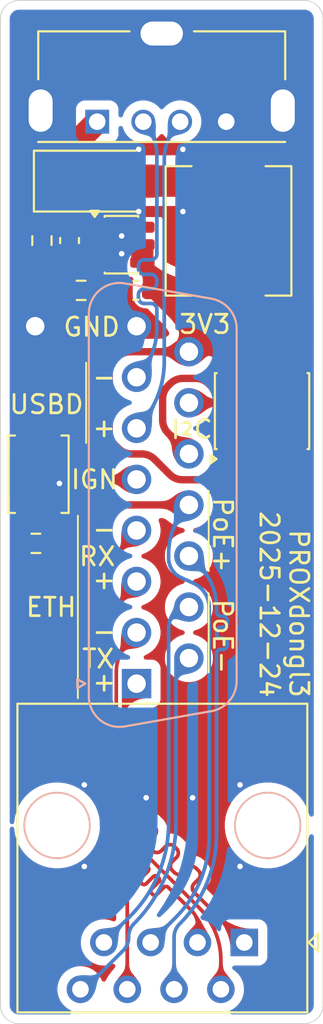
<source format=kicad_pcb>
(kicad_pcb
	(version 20241229)
	(generator "pcbnew")
	(generator_version "9.0")
	(general
		(thickness 1.6)
		(legacy_teardrops no)
	)
	(paper "A4")
	(layers
		(0 "F.Cu" signal)
		(2 "B.Cu" signal)
		(9 "F.Adhes" user "F.Adhesive")
		(11 "B.Adhes" user "B.Adhesive")
		(13 "F.Paste" user)
		(15 "B.Paste" user)
		(5 "F.SilkS" user "F.Silkscreen")
		(7 "B.SilkS" user "B.Silkscreen")
		(1 "F.Mask" user)
		(3 "B.Mask" user)
		(17 "Dwgs.User" user "User.Drawings")
		(19 "Cmts.User" user "User.Comments")
		(21 "Eco1.User" user "User.Eco1")
		(23 "Eco2.User" user "User.Eco2")
		(25 "Edge.Cuts" user)
		(27 "Margin" user)
		(31 "F.CrtYd" user "F.Courtyard")
		(29 "B.CrtYd" user "B.Courtyard")
		(35 "F.Fab" user)
		(33 "B.Fab" user)
		(39 "User.1" user)
		(41 "User.2" user)
		(43 "User.3" user)
		(45 "User.4" user)
	)
	(setup
		(pad_to_mask_clearance 0)
		(allow_soldermask_bridges_in_footprints no)
		(tenting front back)
		(pcbplotparams
			(layerselection 0x00000000_00000000_55555555_5755f5ff)
			(plot_on_all_layers_selection 0x00000000_00000000_00000000_00000000)
			(disableapertmacros no)
			(usegerberextensions yes)
			(usegerberattributes yes)
			(usegerberadvancedattributes yes)
			(creategerberjobfile yes)
			(dashed_line_dash_ratio 12.000000)
			(dashed_line_gap_ratio 3.000000)
			(svgprecision 4)
			(plotframeref no)
			(mode 1)
			(useauxorigin no)
			(hpglpennumber 1)
			(hpglpenspeed 20)
			(hpglpendiameter 15.000000)
			(pdf_front_fp_property_popups yes)
			(pdf_back_fp_property_popups yes)
			(pdf_metadata yes)
			(pdf_single_document no)
			(dxfpolygonmode yes)
			(dxfimperialunits yes)
			(dxfusepcbnewfont yes)
			(psnegative no)
			(psa4output no)
			(plot_black_and_white yes)
			(sketchpadsonfab no)
			(plotpadnumbers no)
			(hidednponfab no)
			(sketchdnponfab yes)
			(crossoutdnponfab yes)
			(subtractmaskfromsilk no)
			(outputformat 1)
			(mirror no)
			(drillshape 0)
			(scaleselection 1)
			(outputdirectory "out/")
		)
	)
	(net 0 "")
	(net 1 "/ETH_DC1+")
	(net 2 "/ETH_RX-")
	(net 3 "/ETH_TX+")
	(net 4 "/ETH_DC2+")
	(net 5 "/ETH_DC1-")
	(net 6 "/ETH_DC2-")
	(net 7 "/ETH_RX+")
	(net 8 "/ETH_TX-")
	(net 9 "/USB_D-")
	(net 10 "/USB_D+")
	(net 11 "+3V3")
	(net 12 "GND")
	(net 13 "+5V")
	(net 14 "Net-(D1-A)")
	(net 15 "Net-(U1-FB)")
	(net 16 "unconnected-(U1-NC-Pad6)")
	(net 17 "/I2C_SDA")
	(net 18 "/I2C_SCL")
	(net 19 "/IGNITION")
	(net 20 "Net-(SW1-A)")
	(footprint "Connector_USB:USB_A_Molex_105057_Vertical" (layer "F.Cu") (at 105.25 49.575))
	(footprint "Diode_SMD:D_SMA" (layer "F.Cu") (at 105.325 52.8))
	(footprint "Resistor_SMD:R_0603_1608Metric" (layer "F.Cu") (at 101.925 72.45 180))
	(footprint "Package_TO_SOT_SMD:SOT-23-6" (layer "F.Cu") (at 106.5625 56.25 90))
	(footprint "Button_Switch_SMD:SW_SPST_TS-1088-xR020" (layer "F.Cu") (at 102.05 68.7 90))
	(footprint "Capacitor_SMD:C_0603_1608Metric" (layer "F.Cu") (at 103.75 56.025 -90))
	(footprint "Package_SO:SOIC-8_3.9x4.9mm_P1.27mm" (layer "F.Cu") (at 114.195 65.275 90))
	(footprint "Inductor_SMD:L_APV_APH0630" (layer "F.Cu") (at 112.375 55.5 90))
	(footprint "Resistor_SMD:R_0603_1608Metric" (layer "F.Cu") (at 104.375 58.725))
	(footprint "Resistor_SMD:R_0603_1608Metric" (layer "F.Cu") (at 102.25 56.025 -90))
	(footprint "Capacitor_SMD:C_0603_1608Metric" (layer "F.Cu") (at 107.35 58.725 180))
	(footprint (layer "F.Cu") (at 101.885 60.67))
	(footprint "Connector_RJ:RJ45_OST_PJ012-8P8CX_Vertical" (layer "F.Cu") (at 113.23 94.1 180))
	(footprint "Connector_Dsub:DSUB-15_Socket_Vertical_P2.77x2.84mm" (layer "B.Cu") (at 107.385 80.06 -90))
	(gr_line
		(start 111.3 75.15)
		(end 111.3 79.45)
		(stroke
			(width 0.1)
			(type default)
		)
		(layer "F.SilkS")
		(uuid "7b7c1e79-eba0-4a39-8f93-4f79a106c7cf")
	)
	(gr_line
		(start 104.65 62.65)
		(end 104.65 67)
		(stroke
			(width 0.1)
			(type default)
		)
		(layer "F.SilkS")
		(uuid "962afc5d-95b0-4015-830d-d72aeae0a586")
	)
	(gr_line
		(start 111.3 69.6)
		(end 111.3 73.95)
		(stroke
			(width 0.1)
			(type default)
		)
		(layer "F.SilkS")
		(uuid "be0860b2-78ce-44c2-8985-ea6090560ae6")
	)
	(gr_line
		(start 104.2 70.95)
		(end 104.2 80.85)
		(stroke
			(width 0.1)
			(type default)
		)
		(layer "F.SilkS")
		(uuid "f8d659c8-ff70-4b99-a38d-781217489325")
	)
	(gr_line
		(start 100 97.5)
		(end 100 44)
		(stroke
			(width 0.05)
			(type default)
		)
		(layer "Edge.Cuts")
		(uuid "0db6ce03-0979-466c-8d70-b73e485d4a8f")
	)
	(gr_line
		(start 117.5 44)
		(end 117.5 97.5)
		(stroke
			(width 0.05)
			(type default)
		)
		(layer "Edge.Cuts")
		(uuid "10be46f5-97dc-400b-ad24-0b8b87306653")
	)
	(gr_line
		(start 101 43)
		(end 116.5 43)
		(stroke
			(width 0.05)
			(type default)
		)
		(layer "Edge.Cuts")
		(uuid "413b3a9e-9bd9-4831-9365-cd63dbd28d7f")
	)
	(gr_arc
		(start 116.5 43)
		(mid 117.207107 43.292893)
		(end 117.5 44)
		(stroke
			(width 0.05)
			(type default)
		)
		(layer "Edge.Cuts")
		(uuid "52b734ef-74dd-43b6-888f-18443ecf54e3")
	)
	(gr_arc
		(start 101 98.5)
		(mid 100.292893 98.207107)
		(end 100 97.5)
		(stroke
			(width 0.05)
			(type default)
		)
		(layer "Edge.Cuts")
		(uuid "6a17951b-3130-4b4a-9fe8-2b07478bf2be")
	)
	(gr_line
		(start 116.5 98.5)
		(end 101 98.5)
		(stroke
			(width 0.05)
			(type default)
		)
		(layer "Edge.Cuts")
		(uuid "79c46bbb-04e4-4a4a-967a-27117ae08049")
	)
	(gr_arc
		(start 117.5 97.5)
		(mid 117.207107 98.207107)
		(end 116.5 98.5)
		(stroke
			(width 0.05)
			(type default)
		)
		(layer "Edge.Cuts")
		(uuid "dbd91a20-56fa-46cf-ba01-69e810d4c7e5")
	)
	(gr_arc
		(start 100 44)
		(mid 100.292893 43.292893)
		(end 101 43)
		(stroke
			(width 0.05)
			(type default)
		)
		(layer "Edge.Cuts")
		(uuid "f40b6dc1-c075-4afe-b6bc-38632a8e4915")
	)
	(gr_text "???"
		(at 114.2 71 0)
		(layer "F.Cu")
		(uuid "a51f6e07-7853-4210-9c71-e06ae0eb84c9")
		(effects
			(font
				(size 1.5 1.5)
				(thickness 0.3)
				(bold yes)
			)
			(justify bottom)
		)
	)
	(gr_text "ETH"
		(at 102.75 76.5 0)
		(layer "F.SilkS")
		(uuid "049bffc6-81b2-43bb-a40c-9da8e459d2e1")
		(effects
			(font
				(size 1 1)
				(thickness 0.15)
			)
			(justify bottom)
		)
	)
	(gr_text "+"
		(at 105.625 75 0)
		(layer "F.SilkS")
		(uuid "0b90a5b0-df5d-4501-b2f2-b67448d903bf")
		(effects
			(font
				(size 1 1)
				(thickness 0.15)
			)
			(justify bottom)
		)
	)
	(gr_text "TX"
		(at 105.3 79.3 0)
		(layer "F.SilkS")
		(uuid "1794d75d-514e-449d-9103-4763c94b122d")
		(effects
			(font
				(size 1 1)
				(thickness 0.15)
			)
			(justify bottom)
		)
	)
	(gr_text "I C"
		(at 111.6 66.85 0)
		(layer "F.SilkS")
		(uuid "1d64b92b-cd19-41eb-b4d7-c788d3008a2a")
		(effects
			(font
				(size 1 1)
				(thickness 0.15)
			)
			(justify right bottom)
		)
	)
	(gr_text "-"
		(at 105.625 77.8 0)
		(layer "F.SilkS")
		(uuid "1df42f9d-6b34-4d56-ac24-44dc5206c04f")
		(effects
			(font
				(size 1 1)
				(thickness 0.15)
			)
			(justify bottom)
		)
	)
	(gr_text "+"
		(at 105.625 80.55 0)
		(layer "F.SilkS")
		(uuid "26fe9f4a-06b7-4719-b1a4-70101fcfed63")
		(effects
			(font
				(size 1 1)
				(thickness 0.15)
			)
			(justify bottom)
		)
	)
	(gr_text "3V3"
		(at 111.1 61.15 0)
		(layer "F.SilkS")
		(uuid "3ee0d8b8-3e57-41fc-b8b9-064870c61fbb")
		(effects
			(font
				(size 1 1)
				(thickness 0.15)
			)
			(justify bottom)
		)
	)
	(gr_text "-"
		(at 105.625 72.25 0)
		(layer "F.SilkS")
		(uuid "3f3f6247-261b-47e9-ac0a-2d4d11d96d03")
		(effects
			(font
				(size 1 1)
				(thickness 0.15)
			)
			(justify bottom)
		)
	)
	(gr_text "PoE+"
		(at 111.475 72 270)
		(layer "F.SilkS")
		(uuid "4819db5c-a7f2-4d5a-892b-093ce72a6ae9")
		(effects
			(font
				(size 1 1)
				(thickness 0.15)
			)
			(justify bottom)
		)
	)
	(gr_text "PROXdongl3\n2025-12-24"
		(at 114 80.9 270)
		(layer "F.SilkS")
		(uuid "56a00f68-612a-4d4f-95f6-399a861de7d1")
		(effects
			(font
				(size 1 1)
				(thickness 0.15)
			)
			(justify right bottom)
		)
	)
	(gr_text "GND"
		(at 104.95 61.3 0)
		(layer "F.SilkS")
		(uuid "62408669-0d82-4b09-a3c6-e15998c50aa3")
		(effects
			(font
				(size 1 1)
				(thickness 0.15)
			)
			(justify bottom)
		)
	)
	(gr_text "-"
		(at 105.625 64 0)
		(layer "F.SilkS")
		(uuid "7860e24c-92e6-4578-bef4-82b88fcc73bf")
		(effects
			(font
				(size 1 1)
				(thickness 0.15)
			)
			(justify bottom)
		)
	)
	(gr_text "RX"
		(at 105.25 73.75 0)
		(layer "F.SilkS")
		(uuid "94adfeb0-c9ad-4a6b-98c9-e985685955c1")
		(effects
			(font
				(size 1 1)
				(thickness 0.15)
			)
			(justify bottom)
		)
	)
	(gr_text "² "
		(at 111.35 67.3 0)
		(layer "F.SilkS")
		(uuid "afdcc192-595b-4445-b6dd-101c9dc96190")
		(effects
			(font
				(size 1 1)
				(thickness 0.15)
			)
			(justify right bottom)
		)
	)
	(gr_text "IGN"
		(at 105.1 69.575 0)
		(layer "F.SilkS")
		(uuid "c8d87bec-a391-4205-b845-6b930131ddf5")
		(effects
			(font
				(size 1 1)
				(thickness 0.15)
			)
			(justify bottom)
		)
	)
	(gr_text "USBD"
		(at 102.5 65.5 0)
		(layer "F.SilkS")
		(uuid "d627d361-55c1-4fb3-8c05-87f33695c61d")
		(effects
			(font
				(size 1 1)
				(thickness 0.15)
			)
			(justify bottom)
		)
	)
	(gr_text "PoE-"
		(at 111.475 77.5 270)
		(layer "F.SilkS")
		(uuid "df6d8cb3-b30e-4703-b7c0-d3a2843d2850")
		(effects
			(font
				(size 1 1)
				(thickness 0.15)
			)
			(justify bottom)
		)
	)
	(gr_text "+"
		(at 105.625 66.75 0)
		(layer "F.SilkS")
		(uuid "ec000367-5a59-4131-9be4-cd9c849520c3")
		(effects
			(font
				(size 1 1)
				(thickness 0.15)
			)
			(justify bottom)
		)
	)
	(segment
		(start 109.42 93.811314)
		(end 109.42 96.64)
		(width 0.2)
		(layer "B.Cu")
		(net 1)
		(uuid "1b3a16c5-83c5-4082-963a-24f4bce5b034")
	)
	(segment
		(start 111.727 78.438473)
		(end 111.727 78.558473)
		(width 0.2)
		(layer "B.Cu")
		(net 1)
		(uuid "297592fe-a272-44fc-9e77-42cb25950c25")
	)
	(segment
		(start 112.307 77.838473)
		(end 112.307 77.958473)
		(width 0.2)
		(layer "B.Cu")
		(net 1)
		(uuid "3605a777-fcb1-4949-9d2b-4fed50311136")
	)
	(segment
		(start 110.225 73.135)
		(end 110.837673 73.747673)
		(width 0.2)
		(layer "B.Cu")
		(net 1)
		(uuid "42abc40d-b88e-4359-b3e2-d2fd62bc3daf")
	)
	(segment
		(start 111.967 76.398473)
		(end 112.067 76.398473)
		(width 0.2)
		(layer "B.Cu")
		(net 1)
		(uuid "4b6e64f8-ddf2-4ad7-88b5-f979a45e1a53")
	)
	(segment
		(start 111.727 78.611757)
		(end 111.727 79.948824)
		(width 0.2)
		(layer "B.Cu")
		(net 1)
		(uuid "58c9926b-6326-42e7-9dc0-12c851049de2")
	)
	(segment
		(start 111.727 78.558473)
		(end 111.727 78.611757)
		(width 0.2)
		(layer "B.Cu")
		(net 1)
		(uuid "83f4b8a8-9871-4188-8e2f-293062ac7c8a")
	)
	(segment
		(start 112.307 76.638473)
		(end 112.307 76.758473)
		(width 0.2)
		(layer "B.Cu")
		(net 1)
		(uuid "989da18c-164e-4312-b765-d0763e0d36c9")
	)
	(segment
		(start 112.067 76.998473)
		(end 111.967 76.998473)
		(width 0.2)
		(layer "B.Cu")
		(net 1)
		(uuid "aba83d00-45b9-415e-8971-df563c611b99")
	)
	(segment
		(start 111.727 79.948824)
		(end 111.727 88.241834)
		(width 0.2)
		(layer "B.Cu")
		(net 1)
		(uuid "b4f4a6aa-0c07-400b-8acd-30687c0c6f72")
	)
	(segment
		(start 112.067 78.198473)
		(end 111.967 78.198473)
		(width 0.2)
		(layer "B.Cu")
		(net 1)
		(uuid "c29c28f6-4ec4-47de-af13-a0590522dd89")
	)
	(segment
		(start 111.727005 75.894771)
		(end 111.727 76.158473)
		(width 0.2)
		(layer "B.Cu")
		(net 1)
		(uuid "cca05b71-5b5f-4256-ab52-cb01e3d64242")
	)
	(segment
		(start 111.727 77.238473)
		(end 111.727 77.358473)
		(width 0.2)
		(layer "B.Cu")
		(net 1)
		(uuid "e8f35f1c-5947-4153-b041-9d5f8b5d5ced")
	)
	(segment
		(start 111.967 77.598473)
		(end 112.067 77.598473)
		(width 0.2)
		(layer "B.Cu")
		(net 1)
		(uuid "eca8d92f-de7c-4ff4-8620-6832795d65d8")
	)
	(arc
		(start 111.727 88.241834)
		(mid 111.203571 90.873289)
		(end 109.712893 93.104207)
		(width 0.2)
		(layer "B.Cu")
		(net 1)
		(uuid "3d729d30-f11a-449e-8f5f-d25a15500890")
	)
	(arc
		(start 111.727 77.358473)
		(mid 111.797294 77.528179)
		(end 111.967 77.598473)
		(width 0.2)
		(layer "B.Cu")
		(net 1)
		(uuid "4889e938-fd7e-45f7-a438-fd58a02665ad")
	)
	(arc
		(start 111.967 76.998473)
		(mid 111.797294 77.068767)
		(end 111.727 77.238473)
		(width 0.2)
		(layer "B.Cu")
		(net 1)
		(uuid "840bed66-a729-458a-bb79-41114e5b1fc5")
	)
	(arc
		(start 112.307 77.958473)
		(mid 112.236706 78.128179)
		(end 112.067 78.198473)
		(width 0.2)
		(layer "B.Cu")
		(net 1)
		(uuid "88017b7f-2ce8-4096-b5fa-7d43e157a07b")
	)
	(arc
		(start 112.307 76.758473)
		(mid 112.236706 76.928179)
		(end 112.067 76.998473)
		(width 0.2)
		(layer "B.Cu")
		(net 1)
		(uuid "9785c371-2f24-469e-8504-4a7247b09219")
	)
	(arc
		(start 111.727 76.158473)
		(mid 111.797294 76.328179)
		(end 111.967 76.398473)
		(width 0.2)
		(layer "B.Cu")
		(net 1)
		(uuid "a609964b-d264-4d9f-b12b-08cc4a699a63")
	)
	(arc
		(start 112.067 76.398473)
		(mid 112.236706 76.468767)
		(end 112.307 76.638473)
		(width 0.2)
		(layer "B.Cu")
		(net 1)
		(uuid "ac1d85bb-f59a-4dfc-941c-ef6392377f83")
	)
	(arc
		(start 109.712893 93.104207)
		(mid 109.49612 93.428631)
		(end 109.42 93.811314)
		(width 0.2)
		(layer "B.Cu")
		(net 1)
		(uuid "d6ee7632-5b2a-4cfb-b595-83b645ff3a0f")
	)
	(arc
		(start 110.837673 73.747673)
		(mid 111.495887 74.73277)
		(end 111.727005 75.894771)
		(width 0.2)
		(layer "B.Cu")
		(net 1)
		(uuid "d77a85b3-60db-4da9-b72d-3bba58386af8")
	)
	(arc
		(start 112.067 77.598473)
		(mid 112.236706 77.668767)
		(end 112.307 77.838473)
		(width 0.2)
		(layer "B.Cu")
		(net 1)
		(uuid "db339cf9-2624-410e-9cdf-a3c53cbe6b3f")
	)
	(arc
		(start 111.967 78.198473)
		(mid 111.797294 78.268767)
		(end 111.727 78.438473)
		(width 0.2)
		(layer "B.Cu")
		(net 1)
		(uuid "e60421ae-9944-4ba1-b5d8-dc864b2c1861")
	)
	(segment
		(start 106.88 96.64)
		(end 106.88 91.014127)
		(width 0.2)
		(layer "F.Cu")
		(net 2)
		(uuid "35e5ba2f-7fd0-48ff-93b1-eae833a0d61e")
	)
	(segment
		(start 105.482 87.639086)
		(end 105.482 76.344198)
		(width 0.2)
		(layer "F.Cu")
		(net 2)
		(uuid "60b35e78-4833-4263-92c3-97eb2a95da3d")
	)
	(arc
		(start 105.774893 88.346193)
		(mid 106.592798 89.570264)
		(end 106.88 91.014127)
		(width 0.2)
		(layer "F.Cu")
		(net 2)
		(uuid "19e1288e-cd7a-4cfe-953d-6947053902e2")
	)
	(arc
		(start 107.385 71.75)
		(mid 105.976563 73.857856)
		(end 105.482 76.344198)
		(width 0.2)
		(layer "F.Cu")
		(net 2)
		(uuid "9c5fc30d-d7ed-4b8a-bacb-26097bee2dee")
	)
	(arc
		(start 105.774893 88.346193)
		(mid 105.55812 88.02177)
		(end 105.482 87.639086)
		(width 0.2)
		(layer "F.Cu")
		(net 2)
		(uuid "d51b8968-c8e4-42c4-9a1a-bfffcced0d88")
	)
	(segment
		(start 106.685 80.76)
		(end 106.685 87.140786)
		(width 0.2)
		(layer "F.Cu")
		(net 3)
		(uuid "213cc9bc-96a1-4c17-8f5c-ccd93a116c65")
	)
	(segment
		(start 108.728115 89.12294)
		(end 108.960045 88.891007)
		(width 0.2)
		(layer "F.Cu")
		(net 3)
		(uuid "24ac8024-d204-4326-b00b-005f6abc51fc")
	)
	(segment
		(start 110.62316 90.078947)
		(end 110.741953 90.19774)
		(width 0.2)
		(layer "F.Cu")
		(net 3)
		(uuid "33be4c92-56f3-41eb-816b-15f32d9d77e2")
	)
	(segment
		(start 107.385 80.06)
		(end 106.685 80.76)
		(width 0.2)
		(layer "F.Cu")
		(net 3)
		(uuid "34c1f55e-d59e-4312-a4ac-b692196311fb")
	)
	(segment
		(start 110.741953 90.672916)
		(end 110.51002 90.904846)
		(width 0.2)
		(layer "F.Cu")
		(net 3)
		(uuid "5422b261-37a7-4aa3-8ee2-9fe0f509da50")
	)
	(segment
		(start 107.385 80.06)
		(end 106.977893 80.467107)
		(width 0.2)
		(layer "F.Cu")
		(net 3)
		(uuid "6c1f7510-deab-4342-9ffa-c055c23b178e")
	)
	(segment
		(start 107.540176 87.935001)
		(end 107.772106 87.703068)
		(width 0.2)
		(layer "F.Cu")
		(net 3)
		(uuid "84b38016-7cc8-4fa3-8b7d-a5b057c522ba")
	)
	(segment
		(start 109.554014 89.484977)
		(end 109.322081 89.716907)
		(width 0.2)
		(layer "F.Cu")
		(net 3)
		(uuid "9ac48fe6-f7b1-44c0-98a7-4e04da66844b")
	)
	(segment
		(start 109.916054 90.310879)
		(end 110.147984 90.078946)
		(width 0.2)
		(layer "F.Cu")
		(net 3)
		(uuid "a2574c8e-f60c-47dc-ba1e-fdeaf4826972")
	)
	(segment
		(start 110.628817 91.498817)
		(end 111.065 91.935)
		(width 0.2)
		(layer "F.Cu")
		(net 3)
		(uuid "ab11df4e-0c3b-49e5-b3ae-859f74f2b246")
	)
	(segment
		(start 109.435221 88.891008)
		(end 109.554014 89.009801)
		(width 0.2)
		(layer "F.Cu")
		(net 3)
		(uuid "b6312bb9-ecae-4f9e-96e4-326e5c0f01a1")
	)
	(segment
		(start 109.322082 90.192083)
		(end 109.440878 90.310878)
		(width 0.2)
		(layer "F.Cu")
		(net 3)
		(uuid "b73de118-aa28-480d-b46e-9d60e59735a8")
	)
	(segment
		(start 108.366075 88.297038)
		(end 108.134142 88.528968)
		(width 0.2)
		(layer "F.Cu")
		(net 3)
		(uuid "bca99180-b19e-4329-afac-060f59b785f4")
	)
	(segment
		(start 111.065 91.935)
		(end 113.23 94.1)
		(width 0.2)
		(layer "F.Cu")
		(net 3)
		(uuid "d2aaabad-c98a-45ae-96f4-1a8bd2222fa4")
	)
	(segment
		(start 108.247282 87.703069)
		(end 108.366075 87.821862)
		(width 0.2)
		(layer "F.Cu")
		(net 3)
		(uuid "dfb03752-e664-48a2-9d08-a7133c0f8063")
	)
	(segment
		(start 110.510021 91.380022)
		(end 110.628817 91.498817)
		(width 0.2)
		(layer "F.Cu")
		(net 3)
		(uuid "e06b253f-14fb-4dc8-9851-561d427c4427")
	)
	(segment
		(start 106.977893 87.847893)
		(end 107.065 87.935)
		(width 0.2)
		(layer "F.Cu")
		(net 3)
		(uuid "e20394a6-36ba-478e-8529-2641863adfaf")
	)
	(segment
		(start 108.134143 89.004144)
		(end 108.252939 89.122939)
		(width 0.2)
		(layer "F.Cu")
		(net 3)
		(uuid "e7e0aa8a-e407-46af-a998-0e98ace99086")
	)
	(arc
		(start 108.134142 88.528968)
		(mid 108.035731 88.766556)
		(end 108.134143 89.004144)
		(width 0.2)
		(layer "F.Cu")
		(net 3)
		(uuid "233b63ef-0432-464d-be60-e0fff5d13ac2")
	)
	(arc
		(start 110.51002 90.904846)
		(mid 110.411609 91.142434)
		(end 110.510021 91.380022)
		(width 0.2)
		(layer "F.Cu")
		(net 3)
		(uuid "3f33e3bc-9f81-4a07-86d5-c2781531a87b")
	)
	(arc
		(start 109.440878 90.310878)
		(mid 109.678467 90.40929)
		(end 109.916054 90.310879)
		(width 0.2)
		(layer "F.Cu")
		(net 3)
		(uuid "443a3d4a-6585-4196-a40e-7041425c4eac")
	)
	(arc
		(start 110.147984 90.078946)
		(mid 110.385572 89.980535)
		(end 110.62316 90.078947)
		(width 0.2)
		(layer "F.Cu")
		(net 3)
		(uuid "450e2d8f-0dd2-42b4-8f9f-39d4c2ccd201")
	)
	(arc
		(start 110.741953 90.19774)
		(mid 110.840365 90.435328)
		(end 110.741953 90.672916)
		(width 0.2)
		(layer "F.Cu")
		(net 3)
		(uuid "4e2764a4-0acf-4e47-855b-0e09e4b064ac")
	)
	(arc
		(start 107.065 87.935)
		(mid 107.302589 88.033412)
		(end 107.540176 87.935001)
		(width 0.2)
		(layer "F.Cu")
		(net 3)
		(uuid "617fa0de-ebb0-436c-8263-15595d60ef9c")
	)
	(arc
		(start 108.366075 87.821862)
		(mid 108.464487 88.05945)
		(end 108.366075 88.297038)
		(width 0.2)
		(layer "F.Cu")
		(net 3)
		(uuid "75f31041-05b3-4f77-bf21-c5469b3b3203")
	)
	(arc
		(start 108.252939 89.122939)
		(mid 108.490528 89.221351)
		(end 108.728115 89.12294)
		(width 0.2)
		(layer "F.Cu")
		(net 3)
		(uuid "8f790694-a398-4b1e-bb57-b582fb2543be")
	)
	(arc
		(start 107.772106 87.703068)
		(mid 108.009694 87.604657)
		(end 108.247282 87.703069)
		(width 0.2)
		(layer "F.Cu")
		(net 3)
		(uuid "a951adfe-5ee2-47da-a8db-acf76f9336c4")
	)
	(arc
		(start 109.554014 89.009801)
		(mid 109.652426 89.247389)
		(end 109.554014 89.484977)
		(width 0.2)
		(layer "F.Cu")
		(net 3)
		(uuid "cac28868-16bc-44b8-8510-56e0c858b8a5")
	)
	(arc
		(start 106.685 87.140786)
		(mid 106.76112 87.52347)
		(end 106.977893 87.847893)
		(width 0.2)
		(layer "F.Cu")
		(net 3)
		(uuid "d50a074b-b3dd-4558-8c40-85b226028dcd")
	)
	(arc
		(start 109.322081 89.716907)
		(mid 109.22367 89.954495)
		(end 109.322082 90.192083)
		(width 0.2)
		(layer "F.Cu")
		(net 3)
		(uuid "dc2f670d-15ea-4477-9882-6c8a74a5d2f3")
	)
	(arc
		(start 108.960045 88.891007)
		(mid 109.197633 88.792596)
		(end 109.435221 88.891008)
		(width 0.2)
		(layer "F.Cu")
		(net 3)
		(uuid "e16beaad-139b-4905-8a28-40e8a90511db")
	)
	(segment
		(start 105.249214 70.365)
		(end 110.225 70.365)
		(width 0.4)
		(layer "F.Cu")
		(net 4)
		(uuid "28ffc81f-a65d-4b44-9612-79f8d15c4d07")
	)
	(segment
		(start 102.75 72.45)
		(end 104.542107 70.657893)
		(width 0.4)
		(layer "F.Cu")
		(net 4)
		(uuid "886713da-d5c7-4610-b7a1-e844412d6ec7")
	)
	(arc
		(start 105.249214 70.365)
		(mid 104.866531 70.44112)
		(end 104.542107 70.657893)
		(width 0.4)
		(layer "F.Cu")
		(net 4)
		(uuid "3401c0a7-82c0-402d-a12a-13ee7408dfc4")
	)
	(segment
		(start 111.326 75.937102)
		(end 111.326 88.341275)
		(width 0.2)
		(layer "B.Cu")
		(net 4)
		(uuid "2e521ab4-1c9c-4f82-8744-e8f74b45f502")
	)
	(segment
		(start 109.4997 92.750316)
		(end 108.15 94.1)
		(width 0.2)
		(layer "B.Cu")
		(net 4)
		(uuid "50323dfe-b2cd-4ed8-8839-87d366f75576")
	)
	(segment
		(start 109.123999 73.094481)
		(end 109.123997 73.24715)
		(width 0.2)
		(layer "B.Cu")
		(net 4)
		(uuid "573d0532-267c-4c64-81f2-82efa49f1e11")
	)
	(segment
		(start 109.124 73.050762)
		(end 109.123999 73.094481)
		(width 0.2)
		(layer "B.Cu")
		(net 4)
		(uuid "83aac324-fece-4496-8203-5c602cf4d72f")
	)
	(segment
		(start 109.124 73.022931)
		(end 109.124 73.050762)
		(width 0.2)
		(layer "B.Cu")
		(net 4)
		(uuid "b55e6cf2-afd1-4de7-8e61-c1b98395f5a3")
	)
	(segment
		(start 109.80946 74.311291)
		(end 110.472761 74.612516)
		(width 0.2)
		(layer "B.Cu")
		(net 4)
		(uuid "e3ce3b94-346f-4702-a787-4bad6a18c179")
	)
	(arc
		(start 109.123997 73.24715)
		(mid 109.310191 73.880054)
		(end 109.80946 74.311291)
		(width 0.2)
		(layer "B.Cu")
		(net 4)
		(uuid "29764fa2-a997-4704-9206-466832b26de4")
	)
	(arc
		(start 110.225 70.365)
		(mid 109.410133 71.584481)
		(end 109.124 73.022931)
		(width 0.2)
		(layer "B.Cu")
		(net 4)
		(uuid "524331c2-a955-4a25-93ad-45d61e2ba38d")
	)
	(arc
		(start 111.326 88.341275)
		(mid 110.85136 90.727434)
		(end 109.4997 92.750316)
		(width 0.2)
		(layer "B.Cu")
		(net 4)
		(uuid "95ff44f7-af53-4de6-a56f-ea9300a9a3de")
	)
	(arc
		(start 111.326 75.937102)
		(mid 111.094227 75.149297)
		(end 110.472761 74.612516)
		(width 0.2)
		(layer "B.Cu")
		(net 4)
		(uuid "e8685c65-5f2e-4be2-a160-a7a6580df01f")
	)
	(segment
		(start 109.416893 76.333107)
		(end 109.845 75.905)
		(width 0.2)
		(layer "B.Cu")
		(net 5)
		(uuid "19de6717-dd66-4f55-9b1f-ed5f070abbb0")
	)
	(segment
		(start 109.124 87.641773)
		(end 109.124 77.040214)
		(width 0.2)
		(layer "B.Cu")
		(net 5)
		(uuid "7ef2c0a7-1daf-4709-ba47-40c201c5c4ee")
	)
	(segment
		(start 109.845 75.905)
		(end 110.225 75.905)
		(width 0.2)
		(layer "B.Cu")
		(net 5)
		(uuid "7ff693eb-e5e6-4b1c-9b05-4bb976a10db3")
	)
	(segment
		(start 105.61 94.1)
		(end 107.042033 92.668001)
		(width 0.2)
		(layer "B.Cu")
		(net 5)
		(uuid "947dcb75-2a58-4d01-91e3-4a251669c49b")
	)
	(segment
		(start 105.61 94.1)
		(end 105.5 93.99)
		(width 0.2)
		(layer "B.Cu")
		(net 5)
		(uuid "ee570994-3e94-4237-bd5c-cfcc1aedb572")
	)
	(arc
		(start 107.042033 92.668001)
		(mid 108.582913 90.361955)
		(end 109.124 87.641773)
		(width 0.2)
		(layer "B.Cu")
		(net 5)
		(uuid "9367f155-3e0b-4ef1-95e0-d75e8f9bf54c")
	)
	(arc
		(start 109.416893 76.333107)
		(mid 109.20012 76.65753)
		(end 109.124 77.040214)
		(width 0.2)
		(layer "B.Cu")
		(net 5)
		(uuid "ac278524-a01d-4232-8144-d0e3b99e6d94")
	)
	(segment
		(start 106.953893 93.828232)
		(end 106.953893 93.785982)
		(width 0.2)
		(layer "B.Cu")
		(net 6)
		(uuid "6010f089-3123-43db-a364-fbc262c45f34")
	)
	(segment
		(start 109.525 87.578835)
		(end 109.525 79.789214)
		(width 0.2)
		(layer "B.Cu")
		(net 6)
		(uuid "7e9e76bf-d0c5-4b76-b851-d7129937c28e")
	)
	(segment
		(start 104.556339 96.64)
		(end 106.661 94.535339)
		(width 0.2)
		(layer "B.Cu")
		(net 6)
		(uuid "95ee3c68-50d0-449d-b1c1-bdd40f4b71cc")
	)
	(segment
		(start 104.34 96.64)
		(end 104.556339 96.64)
		(width 0.2)
		(layer "B.Cu")
		(net 6)
		(uuid "b41c45bb-3840-4329-873b-0826724ca19c")
	)
	(segment
		(start 109.817893 79.082107)
		(end 110.225 78.675)
		(width 0.2)
		(layer "B.Cu")
		(net 6)
		(uuid "ee68e164-ca41-4506-92ea-0620134d969e")
	)
	(arc
		(start 109.525 79.789214)
		(mid 109.60112 79.406531)
		(end 109.817893 79.082107)
		(width 0.2)
		(layer "B.Cu")
		(net 6)
		(uuid "601c0325-34fd-4107-8982-98e1646ff6bb")
	)
	(arc
		(start 106.953893 93.785982)
		(mid 107.030013 93.403299)
		(end 107.246786 93.078875)
		(width 0.2)
		(layer "B.Cu")
		(net 6)
		(uuid "6cbdcb56-97f5-4eb9-bec7-9c4b1ad8ab0a")
	)
	(arc
		(start 106.661 94.535339)
		(mid 106.877773 94.210916)
		(end 106.953893 93.828232)
		(width 0.2)
		(layer "B.Cu")
		(net 6)
		(uuid "cdf8a814-f6e8-4848-b587-18abdfccfa59")
	)
	(arc
		(start 107.246786 93.078875)
		(mid 108.932921 90.555415)
		(end 109.525 87.578835)
		(width 0.2)
		(layer "B.Cu")
		(net 6)
		(uuid "eb7a141a-7c25-4cc6-b7e6-d884c399ce57")
	)
	(segment
		(start 109.162381 91.166581)
		(end 109.3279 91.3321)
		(width 0.2)
		(layer "F.Cu")
		(net 7)
		(uuid "15b411c7-ffbd-4ead-bf58-f9f9c6b35cb2")
	)
	(segment
		(start 109.104397 91.108597)
		(end 109.162381 91.166581)
		(width 0.2)
		(layer "F.Cu")
		(net 7)
		(uuid "2762318f-2d42-4a0d-9577-aa34abcf0d1c")
	)
	(segment
		(start 108.002727 90.238858)
		(end 107.619475 90.622109)
		(width 0.2)
		(layer "F.Cu")
		(net 7)
		(uuid "287071ee-1ee2-499c-a9ce-f8ecf42d3b0b")
	)
	(segment
		(start 107.4229 89.659031)
		(end 107.216424 89.865506)
		(width 0.2)
		(layer "F.Cu")
		(net 7)
		(uuid "29a7ed2f-8e4f-4cb7-82c9-1b82aa07d29c")
	)
	(segment
		(start 108.199302 91.433867)
		(end 108.257284 91.491849)
		(width 0.2)
		(layer "F.Cu")
		(net 7)
		(uuid "2bc0a353-443d-4045-92f7-8008b44d6876")
	)
	(segment
		(start 107.216424 90.097437)
		(end 107.274406 90.155419)
		(width 0.2)
		(layer "F.Cu")
		(net 7)
		(uuid "3bd8a843-541f-49a2-80ce-54e5adec7582")
	)
	(segment
		(start 109.3279 91.3321)
		(end 110.281037 92.285237)
		(width 0.2)
		(layer "F.Cu")
		(net 7)
		(uuid "3ff0c178-d559-4453-b347-324ac0c71169")
	)
	(segment
		(start 110.281037 92.285237)
		(end 110.397107 92.401307)
		(width 0.2)
		(layer "F.Cu")
		(net 7)
		(uuid "870a4c3e-3467-4d7d-899e-2fa5d5e145dc")
	)
	(segment
		(start 107.944743 89.948943)
		(end 108.002727 90.006927)
		(width 0.2)
		(layer "F.Cu")
		(net 7)
		(uuid "9c62ffd7-2d59-4831-8a10-0b34bb66b7f3")
	)
	(segment
		(start 107.506337 90.155419)
		(end 107.712812 89.948943)
		(width 0.2)
		(layer "F.Cu")
		(net 7)
		(uuid "a5c6f3b1-9b78-483d-a59a-da4a82b89d2b")
	)
	(segment
		(start 107.909388 90.912022)
		(end 108.292639 90.52877)
		(width 0.2)
		(layer "F.Cu")
		(net 7)
		(uuid "a8239e8f-f4ad-4bcd-a685-40b24630076d")
	)
	(segment
		(start 108.582554 90.818685)
		(end 108.199302 91.201936)
		(width 0.2)
		(layer "F.Cu")
		(net 7)
		(uuid "ae2a428f-6241-4267-938d-dc7b1785dbab")
	)
	(segment
		(start 107.619475 90.85404)
		(end 107.677457 90.912022)
		(width 0.2)
		(layer "F.Cu")
		(net 7)
		(uuid "bd542de6-00d6-4569-a8a8-7b814e5434c0")
	)
	(segment
		(start 105.883 78.146129)
		(end 105.883 87.472986)
		(width 0.2)
		(layer "F.Cu")
		(net 7)
		(uuid "bdcc6913-de0c-47e8-80af-b18b6df31a33")
	)
	(segment
		(start 108.52457 90.52877)
		(end 108.582554 90.586754)
		(width 0.2)
		(layer "F.Cu")
		(net 7)
		(uuid "cbb60cd9-50b4-4299-b5a3-262396cc7801")
	)
	(segment
		(start 106.175893 88.180093)
		(end 107.4229 89.4271)
		(width 0.2)
		(layer "F.Cu")
		(net 7)
		(uuid "dc2eb85c-2011-497b-9c1a-e9375e89c281")
	)
	(segment
		(start 108.489215 91.491849)
		(end 108.872466 91.108597)
		(width 0.2)
		(layer "F.Cu")
		(net 7)
		(uuid "f106b01f-947e-4b6d-b921-7b6d67ddc96c")
	)
	(segment
		(start 110.69 93.108414)
		(end 110.69 94.1)
		(width 0.2)
		(layer "F.Cu")
		(net 7)
		(uuid "fadf9c9d-be21-45c6-bd28-ba31471b182e")
	)
	(arc
		(start 107.677457 90.912022)
		(mid 107.793423 90.960056)
		(end 107.909388 90.912022)
		(width 0.2)
		(layer "F.Cu")
		(net 7)
		(uuid "0044d40f-1336-4018-897f-f767c31ef9ee")
	)
	(arc
		(start 110.397107 92.401307)
		(mid 110.61388 92.725731)
		(end 110.69 93.108414)
		(width 0.2)
		(layer "F.Cu")
		(net 7)
		(uuid "08a9e97a-790d-4c1c-9c02-8911175f24f6")
	)
	(arc
		(start 105.883 87.472986)
		(mid 105.95912 87.855669)
		(end 106.175893 88.180093)
		(width 0.2)
		(layer "F.Cu")
		(net 7)
		(uuid "132eb2b6-7af8-45e0-ad5e-0a1ba96503ff")
	)
	(arc
		(start 108.199302 91.201936)
		(mid 108.151268 91.317901)
		(end 108.199302 91.433867)
		(width 0.2)
		(layer "F.Cu")
		(net 7)
		(uuid "2908833b-4ba6-4279-91a0-8e3768d41ad8")
	)
	(arc
		(start 107.4229 89.4271)
		(mid 107.470934 89.543066)
		(end 107.4229 89.659031)
		(width 0.2)
		(layer "F.Cu")
		(net 7)
		(uuid "3d1a5c3b-9c1c-4ff9-b509-0cd7ba345534")
	)
	(arc
		(start 108.002727 90.006927)
		(mid 108.050761 90.122893)
		(end 108.002727 90.238858)
		(width 0.2)
		(layer "F.Cu")
		(net 7)
		(uuid "43d0c6e6-db7b-45ce-b80a-75e47fc99d11")
	)
	(arc
		(start 107.619475 90.622109)
		(mid 107.571441 90.738074)
		(end 107.619475 90.85404)
		(width 0.2)
		(layer "F.Cu")
		(net 7)
		(uuid "450ede13-fc08-433a-a879-90ba3cb3c275")
	)
	(arc
		(start 107.712812 89.948943)
		(mid 107.828777 89.900909)
		(end 107.944743 89.948943)
		(width 0.2)
		(layer "F.Cu")
		(net 7)
		(uuid "559183c8-82a1-498e-9f0c-0c279546951a")
	)
	(arc
		(start 108.292639 90.52877)
		(mid 108.408604 90.480736)
		(end 108.52457 90.52877)
		(width 0.2)
		(layer "F.Cu")
		(net 7)
		(uuid "6c24ef7f-7479-488d-81ee-eaa183b09299")
	)
	(arc
		(start 108.582554 90.586754)
		(mid 108.630588 90.70272)
		(end 108.582554 90.818685)
		(width 0.2)
		(layer "F.Cu")
		(net 7)
		(uuid "a09cebd6-3518-47f7-8983-a19fb2e66433")
	)
	(arc
		(start 107.274406 90.155419)
		(mid 107.390372 90.203453)
		(end 107.506337 90.155419)
		(width 0.2)
		(layer "F.Cu")
		(net 7)
		(uuid "a2dcb139-68dc-48c9-8390-fa2135db1e40")
	)
	(arc
		(start 107.216424 89.865506)
		(mid 107.16839 89.981471)
		(end 107.216424 90.097437)
		(width 0.2)
		(layer "F.Cu")
		(net 7)
		(uuid "ad7c87b6-7075-4132-a3b8-14a1b031aa08")
	)
	(arc
		(start 107.385 74.52)
		(mid 106.273353 76.18369)
		(end 105.883 78.146129)
		(width 0.2)
		(layer "F.Cu")
		(net 7)
		(uuid "b7972300-392c-4a71-beb6-4c9b3c4b1973")
	)
	(arc
		(start 108.872466 91.108597)
		(mid 108.988431 91.060563)
		(end 109.104397 91.108597)
		(width 0.2)
		(layer "F.Cu")
		(net 7)
		(uuid "ea0192bc-0949-40f4-aa03-732e56c585c8")
	)
	(arc
		(start 108.257284 91.491849)
		(mid 108.37325 91.539883)
		(end 108.489215 91.491849)
		(width 0.2)
		(layer "F.Cu")
		(net 7)
		(uuid "ffa78e4a-9ea6-435a-ba81-a0d93d71d9c7")
	)
	(segment
		(start 111.96 96.64)
		(end 111.96 95.064265)
		(width 0.2)
		(layer "F.Cu")
		(net 8)
		(uuid "1e072b2f-a021-4d03-b679-d9ccb33c45ac")
	)
	(segment
		(start 110.781137 92.218237)
		(end 106.576893 88.013993)
		(width 0.2)
		(layer "F.Cu")
		(net 8)
		(uuid "2ced86cf-7653-41f5-805b-b58d44cbf522")
	)
	(segment
		(start 107.037789 77.637211)
		(end 107.385 77.29)
		(width 0.2)
		(layer "F.Cu")
		(net 8)
		(uuid "54d048d0-6021-4565-a7d5-639d167c4ae7")
	)
	(segment
		(start 106.284 87.306886)
		(end 106.284 79.457019)
		(width 0.2)
		(layer "F.Cu")
		(net 8)
		(uuid "712ae5f0-9554-4cfe-b6b0-42cb67fcdea8")
	)
	(arc
		(start 106.576893 88.013993)
		(mid 106.36012 87.68957)
		(end 106.284 87.306886)
		(width 0.2)
		(layer "F.Cu")
		(net 8)
		(uuid "0907e4d0-264d-4934-9588-116a623b2293")
	)
	(arc
		(start 107.037789 77.637211)
		(mid 106.479903 78.472146)
		(end 106.284 79.457019)
		(width 0.2)
		(layer "F.Cu")
		(net 8)
		(uuid "6fbe9976-3140-4f1f-b030-d3810ef537c8")
	)
	(arc
		(start 111.96 95.064265)
		(mid 111.653623 93.524006)
		(end 110.781137 92.218237)
		(width 0.2)
		(layer "F.Cu")
		(net 8)
		(uuid "c8e3aab4-fd21-4b27-8658-33ac568c0160")
	)
	(segment
		(start 108.486 51.351842)
		(end 108.486 51.796628)
		(width 0.2)
		(layer "B.Cu")
		(net 9)
		(uuid "022229e0-ef6b-4471-a7ff-86bdbebb8f62")
	)
	(segment
		(start 108.486 51.796628)
		(end 108.486 56.752191)
		(width 0.2)
		(layer "B.Cu")
		(net 9)
		(uuid "05cceade-a274-414f-8bf2-59eb1124b987")
	)
	(segment
		(start 108.486 60.741494)
		(end 108.486 60.781945)
		(width 0.2)
		(layer "B.Cu")
		(net 9)
		(uuid "10557358-4856-4ab5-ae04-97387702dcab")
	)
	(segment
		(start 108.486 60.451494)
		(end 108.486 60.741494)
		(width 0.2)
		(layer "B.Cu")
		(net 9)
		(uuid "14a6e22d-c347-4fc1-8b3e-f53f9be841cf")
	)
	(segment
		(start 107.802 59.438191)
		(end 108.17 59.438191)
		(width 0.2)
		(layer "B.Cu")
		(net 9)
		(uuid "2476beab-af21-4edd-993c-b2bfa6a05dae")
	)
	(segment
		(start 108.486 59.754191)
		(end 108.486 59.912191)
		(width 0.2)
		(layer "B.Cu")
		(net 9)
		(uuid "408dca81-1860-47b8-81f9-4adeff4512c8")
	)
	(segment
		(start 108.486 59.912191)
		(end 108.486 60.451494)
		(width 0.2)
		(layer "B.Cu")
		(net 9)
		(uuid "4c1fca2c-7319-40d3-ab82-cd99bcce3436")
	)
	(segment
		(start 107.486 57.384191)
		(end 107.486 57.542191)
		(width 0.2)
		(layer "B.Cu")
		(net 9)
		(uuid "700aad17-d708-4588-8db6-1688d2fab2ac")
	)
	(segment
		(start 108.17 58.648191)
		(end 107.802 58.648191)
		(width 0.2)
		(layer "B.Cu")
		(net 9)
		(uuid "84a83b14-4ce5-49b5-9a67-78eb7ffc7df3")
	)
	(segment
		(start 108.17 57.068191)
		(end 107.802 57.068191)
		(width 0.2)
		(layer "B.Cu")
		(net 9)
		(uuid "927ed8b6-8f78-4bd4-9706-697d355de0a1")
	)
	(segment
		(start 107.802 57.858191)
		(end 108.17 57.858191)
		(width 0.2)
		(layer "B.Cu")
		(net 9)
		(uuid "98fd1a51-6f36-459e-87c9-e3b59824143e")
	)
	(segment
		(start 108.486 58.174191)
		(end 108.486 58.332191)
		(width 0.2)
		(layer "B.Cu")
		(net 9)
		(uuid "bc84b526-1150-401d-9fe4-6b77ceaaf9ee")
	)
	(segment
		(start 107.486 58.964191)
		(end 107.486 59.122191)
		(width 0.2)
		(layer "B.Cu")
		(net 9)
		(uuid "e486bcad-5971-4c54-9f6f-fc3cf2dabbe6")
	)
	(arc
		(start 107.486 57.542191)
		(mid 107.578554 57.765637)
		(end 107.802 57.858191)
		(width 0.2)
		(layer "B.Cu")
		(net 9)
		(uuid "280d5bb5-4950-4afe-a3ed-a8864f2297e4")
	)
	(arc
		(start 107.802 58.648191)
		(mid 107.578554 58.740745)
		(end 107.486 58.964191)
		(width 0.2)
		(layer "B.Cu")
		(net 9)
		(uuid "2de487c8-fb55-48d5-bc7e-ec52e6391cd6")
	)
	(arc
		(start 108.17 59.438191)
		(mid 108.393446 59.530745)
		(end 108.486 59.754191)
		(width 0.2)
		(layer "B.Cu")
		(net 9)
		(uuid "310b9eb1-f40c-464c-803e-07fcd671bbd2")
	)
	(arc
		(start 107.802 57.068191)
		(mid 107.578554 57.160745)
		(end 107.486 57.384191)
		(width 0.2)
		(layer "B.Cu")
		(net 9)
		(uuid "4ed03029-a14b-4556-b297-c4721f03f8ae")
	)
	(arc
		(start 107.486 59.122191)
		(mid 107.578554 59.345637)
		(end 107.802 59.438191)
		(width 0.2)
		(layer "B.Cu")
		(net 9)
		(uuid "8c9d0890-f225-44dd-b647-dc5606e56a90")
	)
	(arc
		(start 108.486 56.752191)
		(mid 108.393446 56.975637)
		(end 108.17 57.068191)
		(width 0.2)
		(layer "B.Cu")
		(net 9)
		(uuid "c20b928b-6a80-4e7d-b9f0-dc690c64e669")
	)
	(arc
		(start 108.486 58.332191)
		(mid 108.393446 58.555637)
		(end 108.17 58.648191)
		(width 0.2)
		(layer "B.Cu")
		(net 9)
		(uuid "cc45073d-188f-442c-ac23-d06d8c53fecb")
	)
	(arc
		(start 108.17 57.858191)
		(mid 108.393446 57.950745)
		(end 108.486 58.174191)
		(width 0.2)
		(layer "B.Cu")
		(net 9)
		(uuid "dd19b0d6-1a0e-42c1-a89c-7a4a8e7da597")
	)
	(arc
		(start 108.486 60.781945)
		(mid 108.199858 62.220476)
		(end 107.385 63.44)
		(width 0.2)
		(layer "B.Cu")
		(net 9)
		(uuid "f33cfceb-e09f-45eb-b11a-bab4a8b100c3")
	)
	(arc
		(start 107.75 49.575)
		(mid 108.294723 50.390229)
		(end 108.486 51.351842)
		(width 0.2)
		(layer "B.Cu")
		(net 9)
		(uuid "f3bf2c74-4ab3-4a73-b73e-f22aebb82efc")
	)
	(segment
		(start 108.887 51.658474)
		(end 108.887 62.583871)
		(width 0.2)
		(layer "B.Cu")
		(net 10)
		(uuid "bda663fa-58e7-44bf-954b-314e59c1a180")
	)
	(arc
		(start 109.75 49.575)
		(mid 109.111288 50.530903)
		(end 108.887 51.658474)
		(width 0.2)
		(layer "B.Cu")
		(net 10)
		(uuid "4ff6a839-319f-4996-91ee-d45cb3613d47")
	)
	(arc
		(start 107.385 66.21)
		(mid 108.496646 64.546311)
		(end 108.887 62.583871)
		(width 0.2)
		(layer "B.Cu")
		(net 10)
		(uuid "8655bb6f-9eb8-44d4-8c09-6e0886ab5343")
	)
	(segment
		(start 112.29 58.61)
		(end 112.375 58.525)
		(width 0.4)
		(layer "F.Cu")
		(net 11)
		(uuid "094b2bff-76da-4c4b-9cb2-d281a48b248f")
	)
	(segment
		(start 106.192893 62.507107)
		(end 106.352107 62.347893)
		(width 0.4)
		(layer "F.Cu")
		(net 11)
		(uuid "0c0b42af-51c0-4cb0-ab31-1d7d4bbb8525")
	)
	(segment
		(start 110.225 62.055)
		(end 110.225 61.939214)
		(width 0.6)
		(layer "F.Cu")
		(net 11)
		(uuid "170c2a41-6f92-4a19-84ec-18ec923a2f8a")
	)
	(segment
		(start 107.7 56.25)
		(end 107.7 57.2)
		(width 0.6)
		(layer "F.Cu")
		(net 11)
		(uuid "2492e7e2-fe6f-4215-b9b8-165433f621da")
	)
	(segment
		(start 108.125 58.725)
		(end 108.125 58.225905)
		(width 0.6)
		(layer "F.Cu")
		(net 11)
		(uuid "33d1a2ea-c14c-43f7-9fba-887cd23adffb")
	)
	(segment
		(start 112.29 62.8)
		(end 112.29 58.61)
		(width 0.4)
		(layer "F.Cu")
		(net 11)
		(uuid "53de0131-a5ea-45f7-9009-79a5056c870b")
	)
	(segment
		(start 108.125 58.725)
		(end 109.355262 59.955262)
		(width 0.6)
		(layer "F.Cu")
		(net 11)
		(uuid "571dcac4-9f88-4435-9818-45e38f56c842")
	)
	(segment
		(start 106.407107 67.307107)
		(end 106.192893 67.092893)
		(width 0.4)
		(layer "F.Cu")
		(net 11)
		(uuid "667cff44-97ea-459c-b541-f42edbe49de8")
	)
	(segment
		(start 110.225 62.055)
		(end 111.130786 62.055)
		(width 0.4)
		(layer "F.Cu")
		(net 11)
		(uuid "6b316858-dab6-4d04-b270-8674dfab406a")
	)
	(segment
		(start 107.657257 67.6)
		(end 107.114214 67.6)
		(width 0.4)
		(layer "F.Cu")
		(net 11)
		(uuid "6b32da9a-4ae7-480a-8179-7d55ed06b4a1")
	)
	(segment
		(start 111.200775 59.699225)
		(end 112.375 58.525)
		(width 0.6)
		(layer "F.Cu")
		(net 11)
		(uuid "6b80050f-859e-4fec-82a6-74f2854d2033")
	)
	(segment
		(start 111.04 69)
		(end 109.885685 69)
		(width 0.4)
		(layer "F.Cu")
		(net 11)
		(uuid "7627fd07-f714-4441-91e8-465a386ad855")
	)
	(segment
		(start 107.059214 62.055)
		(end 110.225 62.055)
		(width 0.4)
		(layer "F.Cu")
		(net 11)
		(uuid "7b9b226d-1075-4b61-8c89-ce5ccc585050")
	)
	(segment
		(start 108.0008 56.250599)
		(end 108.0008 57.200599)
		(width 0.6)
		(layer "F.Cu")
		(net 11)
		(uuid "8f07fb61-73d2-42d5-bef1-6e430c1d4e87")
	)
	(segment
		(start 111.837893 62.347893)
		(end 112.29 62.8)
		(width 0.4)
		(layer "F.Cu")
		(net 11)
		(uuid "ae9ae1c9-8c88-4c6e-a4b2-7239db9289ee")
	)
	(segment
		(start 105.9 66.385786)
		(end 105.9 63.214214)
		(width 0.4)
		(layer "F.Cu")
		(net 11)
		(uuid "bcc78e62-a355-4e4e-8345-bef1e76931b9")
	)
	(segment
		(start 109.178578 68.707107)
		(end 108.364364 67.892893)
		(width 0.4)
		(layer "F.Cu")
		(net 11)
		(uuid "d1b8383f-fcc5-471e-a075-9557a2852521")
	)
	(segment
		(start 107.39292 56.250599)
		(end 107.39292 57.200599)
		(width 0.6)
		(layer "F.Cu")
		(net 11)
		(uuid "f313e5ec-cc3b-4525-92f0-23a5eb790b50")
	)
	(segment
		(start 112.375 58.525)
		(end 110.898711 58.525)
		(width 0.6)
		(layer "F.Cu")
		(net 11)
		(uuid "f7ce4b53-9eda-4613-b900-b995329cbce1")
	)
	(arc
		(start 107.059214 62.055)
		(mid 106.676531 62.13112)
		(end 106.352107 62.347893)
		(width 0.4)
		(layer "F.Cu")
		(net 11)
		(uuid "3cfa14dc-f35a-4fde-acb6-a07998b84b52")
	)
	(arc
		(start 107.7 57.2)
		(mid 108.01457 57.670741)
		(end 108.125 58.225905)
		(width 0.8)
		(layer "F.Cu")
		(net 11)
		(uuid "88cba9be-06f0-4804-b57a-ad465b808e54")
	)
	(arc
		(start 110.225 62.055)
		(mid 110.478596 60.780044)
		(end 111.200775 59.699225)
		(width 0.6)
		(layer "F.Cu")
		(net 11)
		(uuid "8d1e7f45-e56b-4218-b696-359d90968eb4")
	)
	(arc
		(start 107.7 57.2)
		(mid 109.167628 58.180667)
		(end 110.898711 58.525)
		(width 0.6)
		(layer "F.Cu")
		(net 11)
		(uuid "a2bb79dc-49e8-4a84-8ad0-4e74fb6bef38")
	)
	(arc
		(start 110.225 62.055)
		(mid 109.998963 60.918626)
		(end 109.355262 59.955262)
		(width 0.6)
		(layer "F.Cu")
		(net 11)
		(uuid "ba1a86ae-af18-4c90-ba12-2cd130b5f500")
	)
	(arc
		(start 107.114214 67.6)
		(mid 106.731531 67.52388)
		(end 106.407107 67.307107)
		(width 0.4)
		(layer "F.Cu")
		(net 11)
		(uuid "c9dd31a7-b1af-4217-a8d7-0bc2f752d114")
	)
	(arc
		(start 105.9 63.214214)
		(mid 105.97612 62.831531)
		(end 106.192893 62.507107)
		(width 0.4)
		(layer "F.Cu")
		(net 11)
		(uuid "ce2178b3-d3cc-4496-9a34-0ca0701bfc95")
	)
	(arc
		(start 108.364364 67.892893)
		(mid 108.039941 67.67612)
		(end 107.657257 67.6)
		(width 0.4)
		(layer "F.Cu")
		(net 11)
		(uuid "dff07921-3f1f-445c-8372-11a4da395f38")
	)
	(arc
		(start 109.885685 69)
		(mid 109.503002 68.92388)
		(end 109.178578 68.707107)
		(width 0.4)
		(layer "F.Cu")
		(net 11)
		(uuid "e2d3f19e-9e81-4c14-80a4-95a483a83507")
	)
	(arc
		(start 105.9 66.385786)
		(mid 105.97612 66.768469)
		(end 106.192893 67.092893)
		(width 0.4)
		(layer "F.Cu")
		(net 11)
		(uuid "e82020b8-be24-4c45-b3ac-1eb615fd40e1")
	)
	(arc
		(start 111.130786 62.055)
		(mid 111.513469 62.13112)
		(end 111.837893 62.347893)
		(width 0.4)
		(layer "F.Cu")
		(net 11)
		(uuid "f83e72a8-e6a8-4103-869e-8f27608146cf")
	)
	(segment
		(start 106.067107 45.087893)
		(end 102.18 48.975)
		(width 0.4)
		(layer "F.Cu")
		(net 12)
		(uuid "0c33beac-12bb-445d-a783-1004852db0d5")
	)
	(segment
		(start 108.75 44.795)
		(end 110.725786 44.795)
		(width 0.4)
		(layer "F.Cu")
		(net 12)
		(uuid "0d073ff7-1f92-4185-8570-d1c6bc823cd7")
	)
	(segment
		(start 106.575 55.775)
		(end 106.575 55.115507)
		(width 0.5)
		(layer "F.Cu")
		(net 12)
		(uuid "1b29288a-18e3-4152-adf3-503a89f120b8")
	)
	(segment
		(start 108.75 44.795)
		(end 106.774214 44.795)
		(width 0.4)
		(layer "F.Cu")
		(net 12)
		(uuid "21a4a2c9-b853-46ee-af2f-c2201bc6d97e")
	)
	(segment
		(start 105.428345 56.25)
		(end 105.425 56.25)
		(width 0.5)
		(layer "F.Cu")
		(net 12)
		(uuid "464595cd-b78e-429a-97ab-21bffa4ebcfb")
	)
	(segment
		(start 107.5 51.075)
		(end 109.9 51.075)
		(width 0.6)
		(layer "F.Cu")
		(net 12)
		(uuid "47031d27-f677-4c70-b514-514ffae23bb7")
	)
	(segment
		(start 115.1 59.485786)
		(end 115.1 57.3)
		(width 0.4)
		(layer "F.Cu")
		(net 12)
		(uuid "4f5277a6-9062-4c76-b014-abde78e3bd88")
	)
	(segment
		(start 113.56 62.8)
		(end 113.56 61.854214)
		(width 0.4)
		(layer "F.Cu")
		(net 12)
		(uuid "57db0a59-5f8f-4d45-9cba-c1d8c6dbdc9e")
	)
	(segment
		(start 112.542893 54.742893)
		(end 115.1 57.3)
		(width 0.4)
		(layer "F.Cu")
		(net 12)
		(uuid "61a04f34-5e69-48bd-a700-ff90f958c6f7")
	)
	(segment
		(start 107.5 54.45)
		(end 109.9 54.45)
		(width 0.6)
		(layer "F.Cu")
		(net 12)
		(uuid "65de9893-5578-4fb2-98b6-b7dbdfacf595")
	)
	(segment
		(start 106.721447 54.761953)
		(end 106.886954 54.596446)
		(width 0.5)
		(layer "F.Cu")
		(net 12)
		(uuid "676d1e6f-4a68-467a-9481-a005ad06e796")
	)
	(segment
		(start 106.575 55.775)
		(end 106.575 56.737501)
		(width 0.5)
		(layer "F.Cu")
		(net 12)
		(uuid "69376a2b-c0ad-43c5-824e-631527d14036")
	)
	(segment
		(start 113.852893 61.147107)
		(end 114.807107 60.192893)
		(width 0.4)
		(layer "F.Cu")
		(net 12)
		(uuid "71b5fdb1-8a38-4256-94d7-b1b0b1eb878a")
	)
	(segment
		(start 116.801 59.415214)
		(end 116.801 66.634786)
		(width 0.4)
		(layer "F.Cu")
		(net 12)
		(uuid "789bf6e9-6034-4de9-8b27-185822fdb6d9")
	)
	(segment
		(start 114.72 49.575)
		(end 115.32 48.975)
		(width 0.4)
		(layer "F.Cu")
		(net 12)
		(uuid "8556cc7d-a651-4238-b822-cbc3ed084b25")
	)
	(segment
		(start 109.9 54.45)
		(end 111.835786 54.45)
		(width 0.4)
		(layer "F.Cu")
		(net 12)
		(uuid "86d228fe-1ada-47c0-8e27-56e572e84e12")
	)
	(segment
		(start 107.377565 60.662565)
		(end 107.385 60.67)
		(width 0.5)
		(layer "F.Cu")
		(net 12)
		(uuid "8713ff0f-17aa-455e-acb6-80cd1531a3fa")
	)
	(segment
		(start 116.508107 67.341893)
		(end 116.1 67.75)
		(width 0.4)
		(layer "F.Cu")
		(net 12)
		(uuid "8f78483b-3f9d-4a79-b9cc-12ee475959ff")
	)
	(segment
		(start 115.1 57.3)
		(end 116.508107 58.708107)
		(width 0.4)
		(layer "F.Cu")
		(net 12)
		(uuid "938cf5a8-559b-466a-a80a-0c1efbc5bf37")
	)
	(segment
		(start 105.2 58.725)
		(end 106.575 58.725)
		(width 0.5)
		(layer "F.Cu")
		(net 12)
		(uuid "aa35fed9-e246-4677-b0c9-86d687d6b526")
	)
	(segment
		(start 107.379675 60.864675)
		(end 107.385 60.87)
		(width 0.2)
		(layer "F.Cu")
		(net 12)
		(uuid "b301174a-6c44-4f14-80a8-f66375b7bcf4")
	)
	(segment
		(start 106.575 58.725)
		(end 106.575 56.737501)
		(width 0.5)
		(layer "F.Cu")
		(net 12)
		(uuid "d2222aea-3d7c-425b-a3a4-bcceb79392bd")
	)
	(segment
		(start 106.575 56.737501)
		(end 106.555922 56.718423)
		(width 0.5)
		(layer "F.Cu")
		(net 12)
		(uuid "de14852f-f881-4696-9fe7-3d60d4bb105d")
	)
	(segment
		(start 105.425 56.25)
		(end 105.077778 56.25)
		(width 0.6)
		(layer "F.Cu")
		(net 12)
		(uuid "de38eb4e-bebd-4316-a004-e66dc24d02ab")
	)
	(segment
		(start 113.6 49.575)
		(end 114.72 49.575)
		(width 0.4)
		(layer "F.Cu")
		(net 12)
		(uuid "de84eedb-5098-4696-a021-39f315b576d5")
	)
	(segment
		(start 112.25 49.575)
		(end 113.6 49.575)
		(width 0.4)
		(layer "F.Cu")
		(net 12)
		(uuid "e76fc6c7-03b6-4c7f-8bff-e1d4b22b89a6")
	)
	(segment
		(start 111.432893 45.087893)
		(end 115.32 48.975)
		(width 0.4)
		(layer "F.Cu")
		(net 12)
		(uuid "ee3734c8-a041-4cac-b585-fee2f2dcb9b0")
	)
	(segment
		(start 107.240507 54.45)
		(end 107.5 54.45)
		(width 0.5)
		(layer "F.Cu")
		(net 12)
		(uuid "f1eb9fc8-4c1e-43a5-8505-12119a1d3ac9")
	)
	(via
		(at 109.9 51.075)
		(size 0.6)
		(drill 0.3)
		(layers "F.Cu" "B.Cu")
		(free yes)
		(net 12)
		(uuid "0d74069c-dfaf-4ddd-a18b-7e71b9851a49")
	)
	(via
		(at 107.5 54.45)
		(size 0.6)
		(drill 0.3)
		(layers "F.Cu" "B.Cu")
		(free yes)
		(net 12)
		(uuid "7a5e6030-1e94-42c7-b57f-0a14615c26d3")
	)
	(via
		(at 110.425 86.25)
		(size 0.6)
		(drill 0.3)
		(layers "F.Cu" "B.Cu")
		(free yes)
		(net 12)
		(uuid "876bae1b-0760-49b5-832e-b69fcf0cf519")
	)
	(via
		(at 107.5 51.075)
		(size 0.6)
		(drill 0.3)
		(layers "F.Cu" "B.Cu")
		(free yes)
		(net 12)
		(uuid "9b8119a8-0615-4f9f-bea9-9d76e93fe7e8")
	)
	(via
		(at 104.55 85.55)
		(size 0.6)
		(drill 0.3)
		(layers "F.Cu" "B.Cu")
		(free yes)
		(net 12)
		(uuid "a2a88590-cfd5-4a29-a531-b3394a926948")
	)
	(via
		(at 113 85.55)
		(size 0.6)
		(drill 0.3)
		(layers "F.Cu" "B.Cu")
		(free yes)
		(net 12)
		(uuid "ac616ec1-d1d2-44fb-9f49-8187201b2e90")
	)
	(via
		(at 103.2 69.2)
		(size 0.6)
		(drill 0.3)
		(layers "F.Cu" "B.Cu")
		(free yes)
		(net 12)
		(uuid "ad86d190-6989-4605-9b58-4624382339d3")
	)
	(via
		(at 107.905 86.25)
		(size 0.6)
		(drill 0.3)
		(layers "F.Cu" "B.Cu")
		(free yes)
		(net 12)
		(uuid "c61ff644-7bac-4835-a369-81f37b2dd0ef")
	)
	(via
		(at 106.575 55.775)
		(size 0.6)
		(drill 0.3)
		(layers "F.Cu" "B.Cu")
		(free yes)
		(net 12)
		(uuid "cec26263-7c94-4cca-97c4-66dc0bc37808")
	)
	(via
		(at 113 89.975)
		(size 0.6)
		(drill 0.3)
		(layers "F.Cu" "B.Cu")
		(free yes)
		(net 12)
		(uuid "d2f92140-5c7d-45e8-ba65-388e2768ee0d")
	)
	(via
		(at 104.55 89.975)
		(size 0.6)
		(drill 0.3)
		(layers "F.Cu" "B.Cu")
		(free yes)
		(net 12)
		(uuid "e3a6cd32-8774-441b-b1b5-ad98603fc489")
	)
	(via
		(at 109.9 54.45)
		(size 0.6)
		(drill 0.3)
		(layers "F.Cu" "B.Cu")
		(free yes)
		(net 12)
		(uuid "e519f171-e8ae-453e-85e4-179151633197")
	)
	(via
		(at 106.575 56.737501)
		(size 0.6)
		(drill 0.3)
		(layers "F.Cu" "B.Cu")
		(net 12)
		(uuid "fdc77cb1-a90b-487f-9284-5015c191b893")
	)
	(arc
		(start 113.56 61.854214)
		(mid 113.63612 61.471531)
		(end 113.852893 61.147107)
		(width 0.4)
		(layer "F.Cu")
		(net 12)
		(uuid "06782186-8589-4102-b084-2f6d94e90e8a")
	)
	(arc
		(start 106.886954 54.596446)
		(mid 107.049166 54.48806)
		(end 107.240507 54.45)
		(width 0.5)
		(layer "F.Cu")
		(net 12)
		(uuid "2ce0fe56-f7d8-43f1-84ba-069cc6139dc0")
	)
	(arc
		(start 115.1 59.485786)
		(mid 115.02388 59.868469)
		(end 114.807107 60.192893)
		(width 0.4)
		(layer "F.Cu")
		(net 12)
		(uuid "2d7b05e5-f947-495b-971d-9cf0c24c115c")
	)
	(arc
		(start 111.432893 45.087893)
		(mid 111.10847 44.87112)
		(end 110.725786 44.795)
		(width 0.4)
		(layer "F.Cu")
		(net 12)
		(uuid "2f49bcbf-8334-4a01-91f6-23e68122d5c8")
	)
	(arc
		(start 116.508107 58.708107)
		(mid 116.72488 59.03253)
		(end 116.801 59.415214)
		(width 0.4)
		(layer "F.Cu")
		(net 12)
		(uuid "4f3393dc-04b4-4cab-ad4a-96cdce06b6c3")
	)
	(arc
		(start 105.077778 56.25)
		(mid 104.359204 56.392933)
		(end 103.75 56.8)
		(width 0.6)
		(layer "F.Cu")
		(net 12)
		(uuid "7049852f-76f8-48e4-92ee-38a7a5c55ab6")
	)
	(arc
		(start 106.721447 54.761953)
		(mid 106.61306 54.924165)
		(end 106.575 55.115507)
		(width 0.5)
		(layer "F.Cu")
		(net 12)
		(uuid "b1358274-331a-4b7e-a136-36b96228c0b4")
	)
	(arc
		(start 116.508107 67.341893)
		(mid 116.72488 67.01747)
		(end 116.801 66.634786)
		(width 0.4)
		(layer "F.Cu")
		(net 12)
		(uuid "b61a1ce7-99da-4620-be10-83baa899b239")
	)
	(arc
		(start 106.575 55.775)
		(mid 106.048873 56.12657)
		(end 105.428345 56.25)
		(width 0.5)
		(layer "F.Cu")
		(net 12)
		(uuid "bd52c924-e86e-4ad2-b9b8-813b98404f28")
	)
	(arc
		(start 106.555922 56.718423)
		(mid 106.037072 56.371738)
		(end 105.425 56.25)
		(width 0.5)
		(layer "F.Cu")
		(net 12)
		(uuid "c65e74cf-0750-454e-b22e-881deed95eb1")
	)
	(arc
		(start 106.067107 45.087893)
		(mid 106.39153 44.87112)
		(end 106.774214 44.795)
		(width 0.4)
		(layer "F.Cu")
		(net 12)
		(uuid "d206bd10-bab8-4e98-a5ff-1014f43c85c3")
	)
	(arc
		(start 106.575 58.725)
		(mid 106.78358 59.773602)
		(end 107.377565 60.662565)
		(width 0.5)
		(layer "F.Cu")
		(net 12)
		(uuid "dbcce88d-6b00-4b3c-9241-199d0d086cea")
	)
	(arc
		(start 112.542893 54.742893)
		(mid 112.21847 54.52612)
		(end 111.835786 54.45)
		(width 0.4)
		(layer "F.Cu")
		(net 12)
		(uuid "f41f0a04-0861-4393-a774-dfb9443e67e6")
	)
	(segment
		(start 110.75 51.075)
		(end 112.25 49.575)
		(width 0.5)
		(layer "B.Cu")
		(net 12)
		(uuid "03a7ef76-ed12-41b1-b4c7-cee524338afe")
	)
	(segment
		(start 106.575 59.86)
		(end 107.385 60.67)
		(width 0.5)
		(layer "B.Cu")
		(net 12)
		(uuid "3cf7ae57-213f-4abf-a5f3-8602aed0ef79")
	)
	(segment
		(start 107.5 54.85)
		(end 106.575 55.775)
		(width 0.5)
		(layer "B.Cu")
		(net 12)
		(uuid "55520e55-598e-4d4f-8176-7eb0a2c3b9d8")
	)
	(segment
		(start 106.575 56.737501)
		(end 106.575 59.86)
		(width 0.5)
		(layer "B.Cu")
		(net 12)
		(uuid "5ebc8a68-1b93-4e5f-bbf4-ce29a27a9e44")
	)
	(segment
		(start 109.9 51.075)
		(end 109.9 54.35)
		(width 0.5)
		(layer "B.Cu")
		(net 12)
		(uuid "67dde748-65e8-4974-85e3-1738cf75fc15")
	)
	(segment
		(start 109.9 51.075)
		(end 110.75 51.075)
		(width 0.5)
		(layer "B.Cu")
		(net 12)
		(uuid "7981787a-34f3-44c4-adbc-45619dd6b7b4")
	)
	(segment
		(start 107.5 51.075)
		(end 107.5 54.35)
		(width 0.5)
		(layer "B.Cu")
		(net 12)
		(uuid "7d8b577e-211b-463b-9c88-74a96b4ac5b7")
	)
	(segment
		(start 107.5 54.35)
		(end 107.5 54.85)
		(width 0.5)
		(layer "B.Cu")
		(net 12)
		(uuid "9ee2c6a2-ba69-4f8a-9e33-39b09e84c4d0")
	)
	(segment
		(start 103.7 55.2)
		(end 103.75 55.25)
		(width 0.8)
		(layer "F.Cu")
		(net 13)
		(uuid "1b8434ab-5b03-46c2-8ae1-bb996cc86812")
	)
	(segment
		(start 104.244222 50.580778)
		(end 105.25 49.575)
		(width 1.3)
		(layer "F.Cu")
		(net 13)
		(uuid "47f0ef2d-ae09-4750-80fe-7865a2cfd7ce")
	)
	(segment
		(start 103.325 52.8)
		(end 103.325 54.410763)
		(width 0.8)
		(layer "F.Cu")
		(net 13)
		(uuid "6933d2a9-2462-44f7-b382-d962ddb7fd8a")
	)
	(segment
		(start 102.388105 55.061895)
		(end 102.25 55.2)
		(width 0.8)
		(layer "F.Cu")
		(net 13)
		(uuid "aec97d93-355f-47c8-9702-d8e77918d581")
	)
	(segment
		(start 102.85 53.275)
		(end 103.14797 52.97703)
		(width 0.6)
		(layer "F.Cu")
		(net 13)
		(uuid "c560e136-0fdf-46a5-a38c-f6599704dddb")
	)
	(segment
		(start 103.617893 55.117893)
		(end 103.75 55.25)
		(width 0.8)
		(layer "F.Cu")
		(net 13)
		(uuid "c820ed79-71ec-4ac3-8813-6be60f248f5c")
	)
	(segment
		(start 102.25 55.2)
		(end 103.7 55.2)
		(width 0.8)
		(layer "F.Cu")
		(net 13)
		(uuid "e0f8a4c8-b560-4aa6-bbdd-0a87ad6d9ee0")
	)
	(arc
		(start 103.325 54.410763)
		(mid 103.401109 54.793431)
		(end 103.617893 55.117893)
		(width 0.8)
		(layer "F.Cu")
		(net 13)
		(uuid "76fafca3-11fe-4238-ad63-6eceaf957005")
	)
	(arc
		(start 102.388105 55.061895)
		(mid 103.081509 54.024143)
		(end 103.325 52.8)
		(width 0.8)
		(layer "F.Cu")
		(net 13)
		(uuid "a17c498d-c642-4929-8e53-8cecc1e10989")
	)
	(arc
		(start 103.325 52.8)
		(mid 103.563898 51.598955)
		(end 104.244222 50.580778)
		(width 1.3)
		(layer "F.Cu")
		(net 13)
		(uuid "eb010417-d252-4fa2-b717-bff78c34a3ca")
	)
	(segment
		(start 105.425 55.3)
		(end 105.425 55.186035)
		(width 0.6)
		(layer "F.Cu")
		(net 14)
		(uuid "07ab5a1f-1d53-4723-949f-4dd72767f225")
	)
	(segment
		(start 106.281332 53.118668)
		(end 106.307107 53.092893)
		(width 0.8)
		(layer "F.Cu")
		(net 14)
		(uuid "3cdb2866-6d69-4984-ab6d-b06693d6535c")
	)
	(segment
		(start 105.425 55.186035)
		(end 105.42498 54.76208)
		(width 0.8)
		(layer "F.Cu")
		(net 14)
		(uuid "45731717-ecf3-43d6-86df-b071c86e9e6b")
	)
	(segment
		(start 107.014214 52.8)
		(end 107.325 52.8)
		(width 0.8)
		(layer "F.Cu")
		(net 14)
		(uuid "4833bdec-8e7b-45b1-b315-a328a8b9e445")
	)
	(segment
		(start 112.05 52.8)
		(end 112.375 52.475)
		(width 0.5)
		(layer "F.Cu")
		(net 14)
		(uuid "866566a3-24e1-4f47-b237-60dfe9a4ab4d")
	)
	(segment
		(start 107.325 52.8)
		(end 112.05 52.8)
		(width 1.7)
		(layer "F.Cu")
		(net 14)
		(uuid "95ca4c5b-d232-4bce-bb11-ff1985d20049")
	)
	(segment
		(start 106.281332 53.118668)
		(end 105.981566 53.418396)
		(width 0.8)
		(layer "F.Cu")
		(net 14)
		(uuid "da5c2cf8-a72c-4598-8a74-3d8ea64bca41")
	)
	(arc
		(start 107.014214 52.8)
		(mid 106.631531 52.87612)
		(end 106.307107 53.092893)
		(width 0.8)
		(layer "F.Cu")
		(net 14)
		(uuid "745b2322-ed13-4687-8656-ab6492d91270")
	)
	(arc
		(start 105.981566 53.418396)
		(mid 105.569616 54.034874)
		(end 105.42498 54.76208)
		(width 0.8)
		(layer "F.Cu")
		(net 14)
		(uuid "ac27c105-a5b0-4cdb-816b-d425a68f54b7")
	)
	(segment
		(start 105.075 57.2)
		(end 103.55 58.725)
		(width 0.6)
		(layer "F.Cu")
		(net 15)
		(uuid "0b6419fa-347c-46e9-8029-59b584635f23")
	)
	(segment
		(start 105.425 57.2)
		(end 105.075 57.2)
		(width 0.6)
		(layer "F.Cu")
		(net 15)
		(uuid "138ee831-859b-4924-b41a-5f4bc3805838")
	)
	(segment
		(start 102.656609 57.831609)
		(end 103.55 58.725)
		(width 0.6)
		(layer "F.Cu")
		(net 15)
		(uuid "a19a9059-862a-4e50-988a-88018810d5b9")
	)
	(arc
		(start 102.656609 57.831609)
		(mid 102.355674 57.381228)
		(end 102.25 56.85)
		(width 0.6)
		(layer "F.Cu")
		(net 15)
		(uuid "97f09363-0bd7-4079-98e4-7d4ca46c9e4a")
	)
	(segment
		(start 114.635785 64.825)
		(end 110.225 64.825)
		(width 0.4)
		(layer "F.Cu")
		(net 17)
		(uuid "16d03e0d-b4b7-48a2-adfa-60d11ee74ab5")
	)
	(segment
		(start 116.1 62.8)
		(end 116.1 63.360785)
		(width 0.4)
		(layer "F.Cu")
		(net 17)
		(uuid "9bccd924-9980-496c-9b78-891ca9495f7f")
	)
	(segment
		(start 115.807107 64.067892)
		(end 115.342892 64.532107)
		(width 0.4)
		(layer "F.Cu")
		(net 17)
		(uuid "db050899-50f4-49b8-9c94-ff4c053e4b9f")
	)
	(arc
		(start 115.807107 64.067892)
		(mid 116.02388 63.743469)
		(end 116.1 63.360785)
		(width 0.4)
		(layer "F.Cu")
		(net 17)
		(uuid "67e7c20a-f77f-4fc3-92ab-838574087ebd")
	)
	(arc
		(start 115.342892 64.532107)
		(mid 115.018469 64.74888)
		(end 114.635785 64.825)
		(width 0.4)
		(layer "F.Cu")
		(net 17)
		(uuid "e6e8950f-6805-4e30-8ed3-150024d111db")
	)
	(segment
		(start 109.092893 66.462893)
		(end 110.225 67.595)
		(width 0.4)
		(layer "F.Cu")
		(net 18)
		(uuid "24c9b4ba-7e78-4ccd-8884-4d2f26da275c")
	)
	(segment
		(start 114.83 62.8)
		(end 114.83 63.567892)
		(width 0.4)
		(layer "F.Cu")
		(net 18)
		(uuid "75713022-800d-49d1-ba32-3df717c2f34c")
	)
	(segment
		(start 109.207107 63.792893)
		(end 109.092893 63.907107)
		(width 0.4)
		(layer "F.Cu")
		(net 18)
		(uuid "7630e320-4538-4454-9525-7e8b94508b02")
	)
	(segment
		(start 114.683553 63.921446)
		(end 114.551445 64.053554)
		(width 0.4)
		(layer "F.Cu")
		(net 18)
		(uuid "819e1165-a8cf-4140-9cd5-ccf007ba3667")
	)
	(segment
		(start 110.585786 63.5)
		(end 109.914214 63.5)
		(width 0.4)
		(layer "F.Cu")
		(net 18)
		(uuid "83e3048f-7efe-494f-8777-2546e1e27c55")
	)
	(segment
		(start 108.8 64.614214)
		(end 108.8 65.755786)
		(width 0.4)
		(layer "F.Cu")
		(net 18)
		(uuid "b4aa0a2c-2c40-49ce-98fb-751a90ac5431")
	)
	(segment
		(start 114.197892 64.2)
		(end 112.114214 64.2)
		(width 0.4)
		(layer "F.Cu")
		(net 18)
		(uuid "daef0ad8-7bc5-4a76-94c4-e5f3540bf303")
	)
	(segment
		(start 111.407107 63.907107)
		(end 111.292893 63.792893)
		(width 0.4)
		(layer "F.Cu")
		(net 18)
		(uuid "f9e16788-2a99-4d05-b675-c05fd8c65b1b")
	)
	(arc
		(start 110.585786 63.5)
		(mid 110.968469 63.57612)
		(end 111.292893 63.792893)
		(width 0.4)
		(layer "F.Cu")
		(net 18)
		(uuid "0fd30006-ec81-4a09-b5a9-e4a79e1adee3")
	)
	(arc
		(start 108.8 65.755786)
		(mid 108.87612 66.138469)
		(end 109.092893 66.462893)
		(width 0.4)
		(layer "F.Cu")
		(net 18)
		(uuid "18c44bb2-0691-4d18-b92a-ca262cff9e77")
	)
	(arc
		(start 114.683553 63.921446)
		(mid 114.79194 63.759234)
		(end 114.83 63.567892)
		(width 0.4)
		(layer "F.Cu")
		(net 18)
		(uuid "3e36021b-0f57-4582-afd3-c90b752f0d50")
	)
	(arc
		(start 108.8 64.614214)
		(mid 108.87612 64.231531)
		(end 109.092893 63.907107)
		(width 0.4)
		(layer "F.Cu")
		(net 18)
		(uuid "40194662-f72d-44f1-8e71-dba3ff68f444")
	)
	(arc
		(start 114.551445 64.053554)
		(mid 114.389233 64.16194)
		(end 114.197892 64.2)
		(width 0.4)
		(layer "F.Cu")
		(net 18)
		(uuid "5a1fe9ce-343b-4d2a-a9e8-0cdf47deeadc")
	)
	(arc
		(start 111.407107 63.907107)
		(mid 111.73153 64.12388)
		(end 112.114214 64.2)
		(width 0.4)
		(layer "F.Cu")
		(net 18)
		(uuid "6d1de206-981c-4e22-81fe-c7babcbf3647")
	)
	(arc
		(start 109.914214 63.5)
		(mid 109.531531 63.57612)
		(end 109.207107 63.792893)
		(width 0.4)
		(layer "F.Cu")
		(net 18)
		(uuid "b3d1652b-5742-45c8-8fad-09f0682ab7a0")
	)
	(segment
		(start 107.385 68.98)
		(end 104.869214 68.98)
		(width 0.4)
		(layer "F.Cu")
		(net 19)
		(uuid "4476e2b5-3836-411f-9715-39c3bd476b08")
	)
	(segment
		(start 104.162107 68.687107)
		(end 102.05 66.575)
		(width 0.4)
		(layer "F.Cu")
		(net 19)
		(uuid "9c81c3db-e72b-4ab4-83dd-9a04b120c1cb")
	)
	(arc
		(start 104.162107 68.687107)
		(mid 104.48653 68.90388)
		(end 104.869214 68.98)
		(width 0.4)
		(layer "F.Cu")
		(net 19)
		(uuid "cc43eef1-1b5a-46de-a917-8e7cb2a1cc2c")
	)
	(segment
		(start 101.577261 71.297739)
		(end 102.05 70.825)
		(width 0.4)
		(layer "F.Cu")
		(net 20)
		(uuid "b9339db3-6b31-45c9-96f6-bfda48c2e2d3")
	)
	(arc
		(start 101.1 72.45)
		(mid 101.224036 71.826378)
		(end 101.577261 71.297739)
		(width 0.4)
		(layer "F.Cu")
		(net 20)
		(uuid "65b3a55b-13e4-48d9-9e3a-ee980be0aae2")
	)
	(zone
		(net 2)
		(net_name "/ETH_RX-")
		(layer "F.Cu")
		(uuid "00bcf9a9-4d61-428f-a554-6ab47d2484a1")
		(name "$teardrop_padvia$")
		(hatch none 0.1)
		(priority 30026)
		(attr
			(teardrop
				(type padvia)
			)
		)
		(connect_pads yes
			(clearance 0)
		)
		(min_thickness 0.0254)
		(filled_areas_thickness no)
		(fill yes
			(thermal_gap 0.5)
			(thermal_bridge_width 0.5)
			(island_removal_mode 1)
			(island_area_min 10)
		)
		(polygon
			(pts
				(xy 106.78 95.154411) (xy 106.775044 95.305282) (xy 106.760355 95.429672) (xy 106.739577 95.521601)
				(xy 106.711641 95.600952) (xy 106.634464 95.7376) (xy 106.511653 95.891013) (xy 106.393544 96.034394)
				(xy 106.256398 96.223322) (xy 106.88 96.641) (xy 107.503602 96.223322) (xy 107.324816 95.98249)
				(xy 107.248348 95.891014) (xy 107.13367 95.748973) (xy 107.087661 95.679047) (xy 107.049508 95.603652)
				(xy 107.019439 95.518139) (xy 106.99768 95.417861) (xy 106.984458 95.298167) (xy 106.98 95.154411)
			)
		)
		(filled_polygon
			(layer "F.Cu")
			(pts
				(xy 106.976931 95.157838) (xy 106.980352 95.165748) (xy 106.984457 95.298162) (xy 106.984458 95.298181)
				(xy 106.997679 95.417856) (xy 106.99768 95.417861) (xy 107.019439 95.518139) (xy 107.02066 95.52161)
				(xy 107.04951 95.603657) (xy 107.087654 95.679035) (xy 107.087666 95.679057) (xy 107.133662 95.748962)
				(xy 107.133666 95.748968) (xy 107.13367 95.748973) (xy 107.188955 95.81745) (xy 107.248332 95.890995)
				(xy 107.324605 95.982238) (xy 107.325022 95.982768) (xy 107.496281 96.213461) (xy 107.498461 96.222146)
				(xy 107.493861 96.229829) (xy 107.493398 96.230156) (xy 106.886511 96.636639) (xy 106.87773 96.638396)
				(xy 106.873489 96.636639) (xy 106.266492 96.230083) (xy 106.261525 96.222632) (xy 106.263282 96.213851)
				(xy 106.26351 96.213523) (xy 106.393338 96.034677) (xy 106.393752 96.03414) (xy 106.511653 95.891013)
				(xy 106.634464 95.7376) (xy 106.711641 95.600952) (xy 106.739577 95.521601) (xy 106.760355 95.429672)
				(xy 106.775044 95.305282) (xy 106.779628 95.165726) (xy 106.783325 95.157571) (xy 106.791322 95.154411)
				(xy 106.968658 95.154411)
			)
		)
	)
	(zone
		(net 11)
		(net_name "+3V3")
		(layer "F.Cu")
		(uuid "03ce1674-00db-4ef4-93fb-67c93b00e2ed")
		(name "$teardrop_padvia$")
		(hatch none 0.1)
		(priority 30013)
		(attr
			(teardrop
				(type padvia)
			)
		)
		(connect_pads yes
			(clearance 0)
		)
		(min_thickness 0.0254)
		(filled_areas_thickness no)
		(fill yes
			(thermal_gap 0.5)
			(thermal_bridge_width 0.5)
			(island_removal_mode 1)
			(island_area_min 10)
		)
		(polygon
			(pts
				(xy 109.551713 60.695792) (xy 109.611725 60.800541) (xy 109.653697 60.894424) (xy 109.677851 60.972346)
				(xy 109.689986 61.044483) (xy 109.684089 61.176728) (xy 109.640821 61.322556) (xy 109.593661 61.435905)
				(xy 109.512179 61.638703) (xy 109.473602 61.760045) (xy 109.440372 61.898928) (xy 110.225532 62.055846)
				(xy 110.890176 61.610544) (xy 110.531529 61.087854) (xy 110.334547 60.802491) (xy 110.059748 60.376576)
			)
		)
		(filled_polygon
			(layer "F.Cu")
			(pts
				(xy 110.334547 60.802491) (xy 110.531529 61.087854) (xy 110.890176 61.610544) (xy 110.803563 61.668572)
				(xy 110.803562 61.668572) (xy 110.22957 62.05314) (xy 110.22079 62.054898) (xy 110.220765 62.054893)
				(xy 109.452284 61.901308) (xy 109.444843 61.896326) (xy 109.443104 61.887542) (xy 109.443185 61.887168)
				(xy 109.473507 61.760439) (xy 109.473727 61.75965) (xy 109.512051 61.639104) (xy 109.512343 61.638294)
				(xy 109.514541 61.632825) (xy 109.593661 61.435905) (xy 109.640821 61.322556) (xy 109.684089 61.176728)
				(xy 109.684089 61.176725) (xy 109.68409 61.176721) (xy 109.689986 61.04449) (xy 109.689985 61.044488)
				(xy 109.689986 61.044483) (xy 109.677851 60.972346) (xy 109.653697 60.894424) (xy 109.611725 60.800541)
				(xy 109.557297 60.705538) (xy 109.556158 60.696656) (xy 109.561222 60.689816) (xy 110.059748 60.376576)
			)
		)
	)
	(zone
		(net 11)
		(net_name "+3V3")
		(layer "F.Cu")
		(uuid "0d22871e-e786-48d7-93c0-343d6b64d9bb")
		(name "$teardrop_padvia$")
		(hatch none 0.1)
		(priority 30014)
		(attr
			(teardrop
				(type padvia)
			)
		)
		(connect_pads yes
			(clearance 0)
		)
		(min_thickness 0.0254)
		(filled_areas_thickness no)
		(fill yes
			(thermal_gap 0.5)
			(thermal_bridge_width 0.5)
			(island_removal_mode 1)
			(island_area_min 10)
		)
		(polygon
			(pts
				(xy 110.329087 60.392296) (xy 110.195061 60.659337) (xy 110.085982 60.853099) (xy 109.904661 61.122039)
				(xy 109.862161 61.180269) (xy 109.559824 61.610544) (xy 110.224567 62.0559) (xy 111.009628 61.898928)
				(xy 110.942554 61.646076) (xy 110.855447 61.420701) (xy 110.790139 61.252065) (xy 110.76856 61.170722)
				(xy 110.757639 61.086658) (xy 110.759833 60.996345) (xy 110.777598 60.896255) (xy 110.813391 60.782859)
				(xy 110.869666 60.652629)
			)
		)
		(filled_polygon
			(layer "F.Cu")
			(pts
				(xy 110.869666 60.652629) (xy 110.813391 60.782859) (xy 110.777598 60.896255) (xy 110.759833 60.996345)
				(xy 110.757639 61.086658) (xy 110.76856 61.170722) (xy 110.790139 61.252065) (xy 110.855447 61.420701)
				(xy 110.942554 61.646076) (xy 110.982901 61.798174) (xy 111.006436 61.886895) (xy 111.005245 61.89577)
				(xy 110.998127 61.901204) (xy 110.997421 61.901368) (xy 110.229333 62.054946) (xy 110.220549 62.053208)
				(xy 110.220527 62.053193) (xy 109.569762 61.617202) (xy 109.564796 61.60975) (xy 109.566554 61.60097)
				(xy 109.566652 61.600825) (xy 109.862161 61.180269) (xy 109.904661 61.122039) (xy 109.975161 61.017471)
				(xy 110.085982 60.853099) (xy 110.195061 60.659337) (xy 110.329087 60.392296)
			)
		)
	)
	(zone
		(net 11)
		(net_name "+3V3")
		(layer "F.Cu")
		(uuid "118679d3-0170-4b4e-8506-3eca850ccf77")
		(name "$teardrop_padvia$")
		(hatch none 0.1)
		(priority 30009)
		(attr
			(teardrop
				(type padvia)
			)
		)
		(connect_pads yes
			(clearance 0)
		)
		(min_thickness 0.0254)
		(filled_areas_thickness no)
		(fill yes
			(thermal_gap 0.5)
			(thermal_bridge_width 0.5)
			(island_removal_mode 1)
			(island_area_min 10)
		)
		(polygon
			(pts
				(xy 108.640372 62.255) (xy 108.77421 62.259829) (xy 108.890428 62.273634) (xy 108.990004 62.294991)
				(xy 109.077257 62.323073) (xy 109.232038 62.400334) (xy 109.399474 62.521212) (xy 109.519987 62.61164)
				(xy 109.66117 62.699235) (xy 109.838868 62.777424) (xy 110.068928 62.839628) (xy 110.226 62.055)
				(xy 110.068928 61.270372) (xy 109.939225 61.301026) (xy 109.826395 61.337062) (xy 109.634084 61.425709)
				(xy 109.461506 61.541085) (xy 109.399474 61.588788) (xy 109.26336 61.689425) (xy 109.108426 61.774375)
				(xy 109.015954 61.80767) (xy 108.90924 61.833085) (xy 108.785106 61.849301) (xy 108.640372 61.855)
			)
		)
		(filled_polygon
			(layer "F.Cu")
			(pts
				(xy 110.065982 61.274589) (xy 110.071219 61.281852) (xy 110.071305 61.282246) (xy 110.22554 62.052703)
				(xy 110.22554 62.057297) (xy 110.071382 62.827367) (xy 110.066398 62.834806) (xy 110.057613 62.836542)
				(xy 110.056856 62.836364) (xy 109.83972 62.777654) (xy 109.838062 62.777069) (xy 109.661925 62.699567)
				(xy 109.660469 62.6988) (xy 109.520424 62.611911) (xy 109.51957 62.611327) (xy 109.399471 62.521209)
				(xy 109.232046 62.400339) (xy 109.232028 62.400328) (xy 109.128735 62.348768) (xy 109.077257 62.323073)
				(xy 109.077255 62.323072) (xy 109.077253 62.323071) (xy 108.990019 62.294995) (xy 108.990004 62.294991)
				(xy 108.890434 62.273635) (xy 108.890429 62.273634) (xy 108.890428 62.273634) (xy 108.890422 62.273633)
				(xy 108.890413 62.273632) (xy 108.774209 62.259828) (xy 108.65165 62.255406) (xy 108.643506 62.251683)
				(xy 108.640372 62.243714) (xy 108.640372 61.866248) (xy 108.643799 61.857975) (xy 108.65161 61.854557)
				(xy 108.785106 61.849301) (xy 108.78511 61.8493) (xy 108.785118 61.8493) (xy 108.865726 61.838769)
				(xy 108.90924 61.833085) (xy 109.015954 61.80767) (xy 109.108426 61.774375) (xy 109.26336 61.689425)
				(xy 109.399474 61.588788) (xy 109.461201 61.541319) (xy 109.461812 61.540879) (xy 109.633325 61.426215)
				(xy 109.634922 61.425322) (xy 109.825752 61.337358) (xy 109.827065 61.336847) (xy 109.93882 61.301155)
				(xy 109.93964 61.300927) (xy 110.057143 61.273157)
			)
		)
	)
	(zone
		(net 12)
		(net_name "GND")
		(layer "F.Cu")
		(uuid "19c89fc0-99a2-4e8c-ac14-dfa5fcbc43e3")
		(name "$teardrop_padvia$")
		(hatch none 0.1)
		(priority 30039)
		(attr
			(teardrop
				(type padvia)
			)
		)
		(connect_pads yes
			(clearance 0)
		)
		(min_thickness 0.0254)
		(filled_areas_thickness no)
		(fill yes
			(thermal_gap 0.5)
			(thermal_bridge_width 0.5)
			(island_removal_mode 1)
			(island_area_min 10)
		)
		(polygon
			(pts
				(xy 106 58.475) (xy 105.937419 58.477281) (xy 105.821438 58.480443) (xy 105.700365 58.467766) (xy 105.64647 58.450028)
				(xy 105.601563 58.421776) (xy 105.569064 58.380829) (xy 105.552393 58.325) (xy 105.199 58.725) (xy 105.552393 59.125)
				(xy 105.562002 59.084894) (xy 105.579607 59.052152) (xy 105.63614 59.004981) (xy 105.727643 58.976937)
				(xy 105.865493 58.96979) (xy 105.937419 58.972719) (xy 106 58.975)
			)
		)
		(filled_polygon
			(layer "F.Cu")
			(pts
				(xy 105.569064 58.380829) (xy 105.601563 58.421776) (xy 105.64647 58.450028) (xy 105.700365 58.467766)
				(xy 105.821438 58.480443) (xy 105.937419 58.477281) (xy 106 58.475) (xy 106 58.975) (xy 105.937419 58.972719)
				(xy 105.865493 58.96979) (xy 105.727643 58.976937) (xy 105.63614 59.004981) (xy 105.579607 59.052152)
				(xy 105.562002 59.084894) (xy 105.552393 59.125) (xy 105.199 58.725) (xy 105.552393 58.325)
			)
		)
	)
	(zone
		(net 15)
		(net_name "Net-(U1-FB)")
		(layer "F.Cu")
		(uuid "1ebbab42-0c26-48b7-a3f8-5a070a4a8ca0")
		(name "$teardrop_padvia$")
		(hatch none 0.1)
		(priority 30032)
		(attr
			(teardrop
				(type padvia)
			)
		)
		(connect_pads yes
			(clearance 0)
		)
		(min_thickness 0.0254)
		(filled_areas_thickness no)
		(fill yes
			(thermal_gap 0.5)
			(thermal_bridge_width 0.5)
			(island_removal_mode 1)
			(island_area_min 10)
		)
		(polygon
			(pts
				(xy 102.683564 58.282828) (xy 102.800261 58.384509) (xy 102.922199 58.488613) (xy 103.03771 58.607783)
				(xy 103.085286 58.672969) (xy 103.121932 58.741861) (xy 103.144539 58.814439) (xy 103.15 58.890685)
				(xy 103.550707 58.725707) (xy 103.640685 58.25) (xy 103.548828 58.251584) (xy 103.454946 58.215773)
				(xy 103.351309 58.136808) (xy 103.22911 58.002387) (xy 103.196063 57.961656) (xy 103.107828 57.858564)
			)
		)
		(filled_polygon
			(layer "F.Cu")
			(pts
				(xy 103.115433 57.867504) (xy 103.116049 57.868169) (xy 103.195956 57.961532) (xy 103.196152 57.961768)
				(xy 103.229117 58.002396) (xy 103.351309 58.136808) (xy 103.454946 58.215773) (xy 103.548828 58.251584)
				(xy 103.548828 58.251583) (xy 103.548829 58.251584) (xy 103.550501 58.251555) (xy 103.626317 58.250247)
				(xy 103.634647 58.25353) (xy 103.638216 58.261743) (xy 103.638014 58.264119) (xy 103.551885 58.719476)
				(xy 103.54698 58.726969) (xy 103.544843 58.728121) (xy 103.164967 58.884522) (xy 103.156013 58.884503)
				(xy 103.149694 58.878157) (xy 103.148843 58.874542) (xy 103.144539 58.814439) (xy 103.121932 58.741861)
				(xy 103.085286 58.672969) (xy 103.03771 58.607783) (xy 102.922199 58.488613) (xy 102.866565 58.441116)
				(xy 102.800292 58.384535) (xy 102.800203 58.384458) (xy 102.693012 58.29106) (xy 102.689026 58.283042)
				(xy 102.691877 58.274553) (xy 102.69241 58.273981) (xy 103.098888 57.867503) (xy 103.10716 57.864077)
			)
		)
	)
	(zone
		(net 13)
		(net_name "+5V")
		(layer "F.Cu")
		(uuid "22b3619f-c340-4b0e-87c9-0a072561dbcb")
		(name "$teardrop_padvia$")
		(hatch none 0.1)
		(priority 30007)
		(attr
			(teardrop
				(type padvia)
			)
		)
		(connect_pads yes
			(clearance 0)
		)
		(min_thickness 0.0254)
		(filled_areas_thickness no)
		(fill yes
			(thermal_gap 0.5)
			(thermal_bridge_width 0.5)
			(island_removal_mode 1)
			(island_area_min 10)
		)
		(polygon
			(pts
				(xy 103.721 54.426841) (xy 103.727631 54.289721) (xy 103.754979 54.1259) (xy 103.784311 54.029212)
				(xy 103.826134 53.936714) (xy 103.867879 53.871691) (xy 103.919073 53.814054) (xy 103.970301 53.772742)
				(xy 104.029466 53.739494) (xy 104.090812 53.71729) (xy 104.15964 53.703834) (xy 104.225419 53.7)
				(xy 103.324844 52.799013) (xy 102.425418 53.7) (xy 102.493068 53.704861) (xy 102.554486 53.718887)
				(xy 102.661123 53.772028) (xy 102.750929 53.858887) (xy 102.825884 53.983736) (xy 102.884095 54.151874)
				(xy 102.920699 54.361989) (xy 102.930844 54.551949)
			)
		)
		(filled_polygon
			(layer "F.Cu")
			(pts
				(xy 103.333115 52.807288) (xy 104.206993 53.681565) (xy 104.210418 53.689839) (xy 104.206989 53.698111)
				(xy 104.199399 53.701516) (xy 104.159649 53.703833) (xy 104.159639 53.703834) (xy 104.090812 53.71729)
				(xy 104.02946 53.739496) (xy 103.970302 53.772741) (xy 103.919074 53.814052) (xy 103.891489 53.845108)
				(xy 103.867879 53.871691) (xy 103.867877 53.871693) (xy 103.867877 53.871694) (xy 103.826132 53.936716)
				(xy 103.78431 54.029212) (xy 103.784309 54.029216) (xy 103.754979 54.125896) (xy 103.754978 54.125902)
				(xy 103.727632 54.289708) (xy 103.727629 54.289733) (xy 103.721459 54.417337) (xy 103.717637 54.425435)
				(xy 103.711603 54.428328) (xy 102.943664 54.549919) (xy 102.934956 54.547828) (xy 102.930278 54.540193)
				(xy 102.930152 54.539001) (xy 102.920699 54.361989) (xy 102.884095 54.151874) (xy 102.84163 54.029216)
				(xy 102.825885 53.983737) (xy 102.825883 53.983733) (xy 102.75093 53.858888) (xy 102.661125 53.77203)
				(xy 102.661123 53.772028) (xy 102.554486 53.718887) (xy 102.554484 53.718886) (xy 102.493075 53.704862)
				(xy 102.493065 53.70486) (xy 102.45093 53.701833) (xy 102.442924 53.697822) (xy 102.440099 53.689324)
				(xy 102.443488 53.681898) (xy 103.316569 52.807301) (xy 103.324839 52.803868)
			)
		)
	)
	(zone
		(net 11)
		(net_name "+3V3")
		(layer "F.Cu")
		(uuid "27d1faf8-4b6d-4b93-886f-acab19087554")
		(name "$teardrop_padvia$")
		(hatch none 0.1)
		(priority 30004)
		(attr
			(teardrop
				(type padvia)
			)
		)
		(connect_pads yes
			(clearance 0)
		)
		(min_thickness 0.0254)
		(filled_areas_thickness no)
		(fill yes
			(thermal_gap 0.5)
			(thermal_bridge_width 0.5)
			(island_removal_mode 1)
			(island_area_min 10)
		)
		(polygon
			(pts
				(xy 112.49 60.7) (xy 112.509639 60.539989) (xy 112.576952 60.330801) (xy 112.628087 60.221692) (xy 112.690232 60.114591)
				(xy 112.756728 60.020803) (xy 112.831885 59.934174) (xy 112.90528 59.865659) (xy 112.984987 59.806589)
				(xy 113.06065 59.763627) (xy 113.140947 59.730737) (xy 113.217639 59.71067) (xy 113.29791 59.700851)
				(xy 113.329825 59.7) (xy 112.375 58.524) (xy 111.3283 59.7) (xy 111.464624 59.718987) (xy 111.595279 59.775661)
				(xy 111.721972 59.872341) (xy 111.84323 60.01273) (xy 111.95301 60.197097) (xy 112.039343 60.413546)
				(xy 112.068633 60.524357) (xy 112.085565 60.625859) (xy 112.09 60.7)
			)
		)
		(filled_polygon
			(layer "F.Cu")
			(pts
				(xy 112.382369 58.533318) (xy 112.383673 58.534683) (xy 113.314855 59.681562) (xy 113.317409 59.690145)
				(xy 113.313147 59.69802) (xy 113.306085 59.700633) (xy 113.297901 59.700851) (xy 113.217652 59.710667)
				(xy 113.21764 59.710669) (xy 113.217639 59.71067) (xy 113.195511 59.716459) (xy 113.140956 59.730734)
				(xy 113.140948 59.730736) (xy 113.060649 59.763627) (xy 113.060636 59.763634) (xy 112.984991 59.806586)
				(xy 112.98499 59.806586) (xy 112.905283 59.865656) (xy 112.905277 59.865661) (xy 112.831885 59.934173)
				(xy 112.831883 59.934176) (xy 112.756727 60.020804) (xy 112.756726 60.020805) (xy 112.690231 60.114593)
				(xy 112.628082 60.2217) (xy 112.576954 60.330794) (xy 112.509639 60.539989) (xy 112.491261 60.689725)
				(xy 112.486852 60.697519) (xy 112.479648 60.7) (xy 112.09 60.7) (xy 112.085565 60.625859) (xy 112.068633 60.524357)
				(xy 112.039343 60.413546) (xy 111.95301 60.197097) (xy 111.84323 60.01273) (xy 111.721972 59.872341)
				(xy 111.595279 59.775661) (xy 111.464624 59.718987) (xy 111.3283 59.7) (xy 112.365852 58.534278)
				(xy 112.373911 58.530378)
			)
		)
	)
	(zone
		(net 19)
		(net_name "/IGNITION")
		(layer "F.Cu")
		(uuid "29d9723c-8f80-4fb5-8a07-c2cf7a885a61")
		(name "$teardrop_padvia$")
		(hatch none 0.1)
		(priority 30023)
		(attr
			(teardrop
				(type padvia)
			)
		)
		(connect_pads yes
			(clearance 0)
		)
		(min_thickness 0.0254)
		(filled_areas_thickness no)
		(fill yes
			(thermal_gap 0.5)
			(thermal_bridge_width 0.5)
			(island_removal_mode 1)
			(island_area_min 10)
		)
		(polygon
			(pts
				(xy 103.258362 67.500519) (xy 103.140351 67.352438) (xy 103.082534 67.255092) (xy 103.033161 67.148082)
				(xy 103.003249 67.057078) (xy 102.985824 66.96501) (xy 102.982983 66.891544) (xy 102.991927 66.820191)
				(xy 103.010027 66.762107) (xy 103.038832 66.707229) (xy 103.049999 66.691115) (xy 102.049293 66.574293)
				(xy 101.791115 67.199999) (xy 101.977039 67.218772) (xy 102.188599 67.278526) (xy 102.424089 67.383981)
				(xy 102.672751 67.535139) (xy 102.905183 67.717075) (xy 102.975519 67.783362)
			)
		)
		(filled_polygon
			(layer "F.Cu")
			(pts
				(xy 103.030634 66.688854) (xy 103.038454 66.693217) (xy 103.040898 66.701832) (xy 103.038986 66.706904)
				(xy 103.039018 66.706923) (xy 103.038916 66.707091) (xy 103.038903 66.707126) (xy 103.038838 66.707219)
				(xy 103.038832 66.707228) (xy 103.024429 66.734668) (xy 103.010027 66.762107) (xy 103.010027 66.762108)
				(xy 103.010026 66.762109) (xy 102.991926 66.820191) (xy 102.982982 66.891543) (xy 102.985612 66.959537)
				(xy 102.985824 66.96501) (xy 103.003249 67.057078) (xy 103.033161 67.148082) (xy 103.082534 67.255092)
				(xy 103.140351 67.352438) (xy 103.140353 67.35244) (xy 103.251847 67.492345) (xy 103.254323 67.500951)
				(xy 103.25097 67.50791) (xy 102.98355 67.77533) (xy 102.975277 67.778757) (xy 102.967253 67.775572)
				(xy 102.966996 67.77533) (xy 102.905183 67.717075) (xy 102.672751 67.535139) (xy 102.568253 67.471616)
				(xy 102.424087 67.383979) (xy 102.188603 67.278527) (xy 102.160502 67.27059) (xy 101.977039 67.218772)
				(xy 101.947711 67.21581) (xy 101.806748 67.201577) (xy 101.798861 67.197336) (xy 101.796282 67.188761)
				(xy 101.797106 67.185477) (xy 102.045916 66.582475) (xy 102.052238 66.576137) (xy 102.058084 66.575319)
			)
		)
	)
	(zone
		(net 13)
		(net_name "+5V")
		(layer "F.Cu")
		(uuid "3765aa70-2fa2-49e5-859a-1e76918a456c")
		(name "$teardrop_padvia$")
		(hatch none 0.1)
		(priority 30028)
		(attr
			(teardrop
				(type padvia)
			)
		)
		(connect_pads yes
			(clearance 0)
		)
		(min_thickness 0.0254)
		(filled_areas_thickness no)
		(fill yes
			(thermal_gap 0.5)
			(thermal_bridge_width 0.5)
			(island_removal_mode 1)
			(island_area_min 10)
		)
		(polygon
			(pts
				(xy 102.925 54.37778) (xy 102.967448 54.5031) (xy 103.085161 54.732636) (xy 103.167648 54.887335)
				(xy 103.237378 55.039522) (xy 103.278459 55.180939) (xy 103.28329 55.245028) (xy 103.275 55.303327)
				(xy 103.75 55.251) (xy 104.034283 54.806819) (xy 103.970596 54.803227) (xy 103.917082 54.790603)
				(xy 103.873608 54.770617) (xy 103.83809 54.744208) (xy 103.784552 54.671046) (xy 103.750538 54.565255)
				(xy 103.734849 54.452409) (xy 103.725 54.37778)
			)
		)
		(filled_polygon
			(layer "F.Cu")
			(pts
				(xy 103.723016 54.381207) (xy 103.726342 54.387949) (xy 103.734843 54.452369) (xy 103.734844 54.452369)
				(xy 103.734849 54.452409) (xy 103.741783 54.502284) (xy 103.750538 54.565255) (xy 103.750538 54.565258)
				(xy 103.78455 54.671044) (xy 103.83809 54.744208) (xy 103.873608 54.770617) (xy 103.917082 54.790603)
				(xy 103.917087 54.790604) (xy 103.917089 54.790605) (xy 103.97059 54.803226) (xy 103.970593 54.803226)
				(xy 103.970596 54.803227) (xy 103.970602 54.803227) (xy 103.970608 54.803228) (xy 103.98584 54.804086)
				(xy 104.014295 54.805691) (xy 104.022362 54.809578) (xy 104.025317 54.81803) (xy 104.023491 54.823679)
				(xy 103.753014 55.246289) (xy 103.745667 55.25141) (xy 103.74444 55.251612) (xy 103.289986 55.301676)
				(xy 103.281388 55.299175) (xy 103.277075 55.291327) (xy 103.277121 55.288404) (xy 103.28329 55.245028)
				(xy 103.278459 55.180939) (xy 103.237378 55.039522) (xy 103.167648 54.887335) (xy 103.085161 54.732636)
				(xy 102.967843 54.50387) (xy 102.967172 54.502284) (xy 102.930235 54.393233) (xy 102.930827 54.384298)
				(xy 102.937564 54.378398) (xy 102.941317 54.37778) (xy 103.714743 54.37778)
			)
		)
	)
	(zone
		(net 12)
		(net_name "GND")
		(layer "F.Cu")
		(uuid "3e18b222-b24b-42a5-ac5d-981813d904a7")
		(name "$teardrop_padvia$")
		(hatch none 0.1)
		(priority 30022)
		(attr
			(teardrop
				(type padvia)
			)
		)
		(connect_pads yes
			(clearance 0)
		)
		(min_thickness 0.0254)
		(filled_areas_thickness no)
		(fill yes
			(thermal_gap 0.5)
			(thermal_bridge_width 0.5)
			(island_removal_mode 1)
			(island_area_min 10)
		)
		(polygon
			(pts
				(xy 113.53751 49.375) (xy 113.41284 49.370196) (xy 113.30678 49.356565) (xy 113.217357 49.335622)
				(xy 113.139993 49.308361) (xy 112.997491 49.231723) (xy 112.916483 49.176386) (xy 112.818197 49.109724)
				(xy 112.70357 49.044654) (xy 112.560481 48.985726) (xy 112.376809 48.93749) (xy 112.249 49.575)
				(xy 112.376809 50.21251) (xy 112.497821 50.18363) (xy 112.600969 50.149845) (xy 112.775499 50.066449)
				(xy 112.916483 49.973614) (xy 113.029267 49.898317) (xy 113.156635 49.834961) (xy 113.319184 49.791279)
				(xy 113.53751 49.775)
			)
		)
		(filled_polygon
			(layer "F.Cu")
			(pts
				(xy 112.560481 48.985726) (xy 112.70357 49.044654) (xy 112.818197 49.109724) (xy 112.916483 49.176386)
				(xy 112.997491 49.231723) (xy 113.139993 49.308361) (xy 113.217357 49.335622) (xy 113.30678 49.356565)
				(xy 113.41284 49.370196) (xy 113.53751 49.375) (xy 113.53751 49.775) (xy 113.319184 49.791279) (xy 113.156635 49.834961)
				(xy 113.029267 49.898317) (xy 112.916483 49.973614) (xy 112.775499 50.066449) (xy 112.600969 50.149845)
				(xy 112.497821 50.18363) (xy 112.376809 50.21251) (xy 112.249 49.575) (xy 112.376809 48.93749)
			)
		)
	)
	(zone
		(net 4)
		(net_name "/ETH_DC2+")
		(layer "F.Cu")
		(uuid "41add767-9676-469e-80f1-9bedf8bdd8f2")
		(name "$teardrop_padvia$")
		(hatch none 0.1)
		(priority 30010)
		(attr
			(teardrop
				(type padvia)
			)
		)
		(connect_pads yes
			(clearance 0)
		)
		(min_thickness 0.0254)
		(filled_areas_thickness no)
		(fill yes
			(thermal_gap 0.5)
			(thermal_bridge_width 0.5)
			(island_removal_mode 1)
			(island_area_min 10)
		)
		(polygon
			(pts
				(xy 108.640372 70.565) (xy 108.77421 70.569829) (xy 108.890428 70.583634) (xy 108.990004 70.604991)
				(xy 109.077257 70.633073) (xy 109.232038 70.710334) (xy 109.399474 70.831212) (xy 109.519987 70.92164)
				(xy 109.66117 71.009235) (xy 109.838868 71.087424) (xy 110.068928 71.149628) (xy 110.226 70.365)
				(xy 110.068928 69.580372) (xy 109.939225 69.611026) (xy 109.826395 69.647062) (xy 109.634084 69.735709)
				(xy 109.461506 69.851085) (xy 109.399474 69.898788) (xy 109.26336 69.999425) (xy 109.108426 70.084375)
				(xy 109.015954 70.11767) (xy 108.90924 70.143085) (xy 108.785106 70.159301) (xy 108.640372 70.165)
			)
		)
		(filled_polygon
			(layer "F.Cu")
			(pts
				(xy 110.065982 69.584589) (xy 110.071219 69.591852) (xy 110.071305 69.592246) (xy 110.22554 70.362703)
				(xy 110.22554 70.367297) (xy 110.071382 71.137367) (xy 110.066398 71.144806) (xy 110.057613 71.146542)
				(xy 110.056856 71.146364) (xy 109.83972 71.087654) (xy 109.838062 71.087069) (xy 109.661925 71.009567)
				(xy 109.660469 71.0088) (xy 109.520424 70.921911) (xy 109.51957 70.921327) (xy 109.399471 70.831209)
				(xy 109.232046 70.710339) (xy 109.232028 70.710328) (xy 109.128735 70.658768) (xy 109.077257 70.633073)
				(xy 109.077255 70.633072) (xy 109.077253 70.633071) (xy 108.990019 70.604995) (xy 108.990004 70.604991)
				(xy 108.890434 70.583635) (xy 108.890429 70.583634) (xy 108.890428 70.583634) (xy 108.890422 70.583633)
				(xy 108.890413 70.583632) (xy 108.774209 70.569828) (xy 108.65165 70.565406) (xy 108.643506 70.561683)
				(xy 108.640372 70.553714) (xy 108.640372 70.176248) (xy 108.643799 70.167975) (xy 108.65161 70.164557)
				(xy 108.785106 70.159301) (xy 108.78511 70.1593) (xy 108.785118 70.1593) (xy 108.865726 70.148769)
				(xy 108.90924 70.143085) (xy 109.015954 70.11767) (xy 109.108426 70.084375) (xy 109.26336 69.999425)
				(xy 109.399474 69.898788) (xy 109.461201 69.851319) (xy 109.461812 69.850879) (xy 109.633325 69.736215)
				(xy 109.634922 69.735322) (xy 109.825752 69.647358) (xy 109.827065 69.646847) (xy 109.93882 69.611155)
				(xy 109.93964 69.610927) (xy 110.057143 69.583157)
			)
		)
	)
	(zone
		(net 8)
		(net_name "/ETH_TX-")
		(layer "F.Cu")
		(uuid "4ae4f79d-973d-4269-a9d9-2995b27ddcb8")
		(name "$teardrop_padvia$")
		(hatch none 0.1)
		(priority 30021)
		(attr
			(teardrop
				(type padvia)
			)
		)
		(connect_pads yes
			(clearance 0)
		)
		(min_thickness 0.0254)
		(filled_areas_thickness no)
		(fill yes
			(thermal_gap 0.5)
			(thermal_bridge_width 0.5)
			(island_removal_mode 1)
			(island_area_min 10)
		)
		(polygon
			(pts
				(xy 106.542223 78.589624) (xy 106.588958 78.489554) (xy 106.638314 78.407454) (xy 106.687224 78.344839)
				(xy 106.738526 78.294838) (xy 106.848569 78.226176) (xy 106.982235 78.185954) (xy 107.16647 78.162783)
				(xy 107.315021 78.146408) (xy 107.474851 78.115405) (xy 107.646237 78.056188) (xy 107.829456 77.955176)
				(xy 107.385382 77.289077) (xy 106.600372 77.133928) (xy 106.548437 77.478336) (xy 106.532923 77.732237)
				(xy 106.524387 77.893666) (xy 106.502012 78.061027) (xy 106.451224 78.259207) (xy 106.357446 78.513088)
			)
		)
		(filled_polygon
			(layer "F.Cu")
			(pts
				(xy 106.612383 77.136302) (xy 106.895829 77.192322) (xy 107.380612 77.288134) (xy 107.388064 77.2931)
				(xy 107.388079 77.293122) (xy 107.822395 77.944585) (xy 107.824133 77.953369) (xy 107.81915 77.96081)
				(xy 107.818309 77.961321) (xy 107.647118 78.055702) (xy 107.64529 78.056515) (xy 107.475629 78.115135)
				(xy 107.474036 78.115562) (xy 107.315495 78.146315) (xy 107.314549 78.146459) (xy 107.16647 78.162783)
				(xy 106.982235 78.185954) (xy 106.982234 78.185954) (xy 106.982228 78.185955) (xy 106.848568 78.226175)
				(xy 106.738526 78.294838) (xy 106.687225 78.344837) (xy 106.687216 78.344848) (xy 106.638315 78.40745)
				(xy 106.638307 78.407462) (xy 106.588962 78.489545) (xy 106.546959 78.579482) (xy 106.540353 78.585528)
				(xy 106.531881 78.58534) (xy 106.367843 78.517394) (xy 106.361511 78.511062) (xy 106.361345 78.502532)
				(xy 106.451224 78.259207) (xy 106.502012 78.061027) (xy 106.524387 77.893666) (xy 106.532923 77.732237)
				(xy 106.532925 77.732237) (xy 106.532927 77.73217) (xy 106.548405 77.478846) (xy 106.548514 77.477823)
				(xy 106.57637 77.2931) (xy 106.598546 77.146034) (xy 106.603168 77.138366) (xy 106.61186 77.136211)
			)
		)
	)
	(zone
		(net 12)
		(net_name "GND")
		(layer "F.Cu")
		(uuid "4c372485-e79a-430f-b2c3-d3f348851c0f")
		(name "$teardrop_padvia$")
		(hatch none 0.1)
		(priority 30033)
		(attr
			(teardrop
				(type padvia)
			)
		)
		(connect_pads yes
			(clearance 0)
		)
		(min_thickness 0.0254)
		(filled_areas_thickness no)
		(fill yes
			(thermal_gap 0.5)
			(thermal_bridge_width 0.5)
			(island_removal_mode 1)
			(island_area_min 10)
		)
		(polygon
			(pts
				(xy 106.325 57.8) (xy 106.325807 57.856183) (xy 106.325766 58.003616) (xy 106.307755 58.164101)
				(xy 106.286097 58.238665) (xy 106.25285 58.303805) (xy 106.205648 58.355292) (xy 106.142127 58.388896)
				(xy 106.575 58.726) (xy 107.007873 58.388896) (xy 106.932519 58.345232) (xy 106.877722 58.270271)
				(xy 106.84067 58.156507) (xy 106.82391 57.993937) (xy 106.824193 57.856182) (xy 106.825 57.8)
			)
		)
		(filled_polygon
			(layer "F.Cu")
			(pts
				(xy 106.817318 57.800368) (xy 106.818255 57.800143) (xy 106.824982 57.801205) (xy 106.824193 57.856182)
				(xy 106.82391 57.993937) (xy 106.84067 58.156507) (xy 106.877722 58.270271) (xy 106.932519 58.345232)
				(xy 107.007873 58.388896) (xy 106.575 58.726) (xy 106.142127 58.388896) (xy 106.205648 58.355292)
				(xy 106.25285 58.303805) (xy 106.286097 58.238665) (xy 106.307755 58.164101) (xy 106.325766 58.003616)
				(xy 106.325807 57.856183) (xy 106.325153 57.810658) (xy 106.325993 57.809795) (xy 106.328479 57.803546)
				(xy 106.336702 57.800001) (xy 106.336869 57.8) (xy 106.81643 57.8)
			)
		)
	)
	(zone
		(net 11)
		(net_name "+3V3")
		(layer "F.Cu")
		(uuid "4e9e8889-a871-4a57-85fc-ae72fd35b3ba")
		(name "$teardrop_padvia$")
		(hatch none 0.1)
		(priority 30002)
		(attr
			(teardrop
				(type padvia)
			)
		)
		(connect_pads yes
			(clearance 0)
		)
		(min_thickness 0.0254)
		(filled_areas_thickness no)
		(fill yes
			(thermal_gap 0.5)
			(thermal_bridge_width 0.5)
			(island_removal_mode 1)
			(island_area_min 10)
		)
		(polygon
			(pts
				(xy 110.878366 60.634562) (xy 111.042321 60.445501) (xy 111.276364 60.238956) (xy 111.413056 60.138769)
				(xy 111.560376 60.04386) (xy 111.709327 59.960199) (xy 111.865201 59.885049) (xy 112.014295 59.824722)
				(xy 112.167107 59.77465) (xy 112.309156 59.739064) (xy 112.452625 59.714338) (xy 112.666314 59.7)
				(xy 112.375433 58.5241) (xy 110.625 58.983606) (xy 110.689568 59.094451) (xy 110.724906 59.231867)
				(xy 110.728605 59.401534) (xy 110.694913 59.608219) (xy 110.617589 59.851575) (xy 110.495878 60.11742)
				(xy 110.348971 60.358799) (xy 110.337787 60.37423)
			)
		)
		(filled_polygon
			(layer "F.Cu")
			(pts
				(xy 112.372825 58.528327) (xy 112.378241 58.535459) (xy 112.378282 58.53562) (xy 112.662962 59.68645)
				(xy 112.661622 59.695304) (xy 112.654414 59.700618) (xy 112.652387 59.700934) (xy 112.524395 59.709522)
				(xy 112.452625 59.714338) (xy 112.452622 59.714338) (xy 112.452614 59.714339) (xy 112.30916 59.739063)
				(xy 112.257171 59.752085) (xy 112.257171 59.752086) (xy 112.167107 59.77465) (xy 112.014295 59.824722)
				(xy 111.865201 59.885049) (xy 111.709327 59.960199) (xy 111.560376 60.04386) (xy 111.413056 60.138769)
				(xy 111.276364 60.238956) (xy 111.042321 60.445501) (xy 110.878366 60.634562) (xy 110.337787 60.37423)
				(xy 110.348971 60.358799) (xy 110.495878 60.11742) (xy 110.617589 59.851575) (xy 110.694913 59.608219)
				(xy 110.728605 59.401534) (xy 110.724906 59.231867) (xy 110.689568 59.094451) (xy 110.625 58.983606)
				(xy 112.363954 58.527113)
			)
		)
	)
	(zone
		(net 20)
		(net_name "Net-(SW1-A)")
		(layer "F.Cu")
		(uuid "4eb2b5fb-0006-40f7-9fc8-e24c296757a6")
		(name "$teardrop_padvia$")
		(hatch none 0.1)
		(priority 30024)
		(attr
			(teardrop
				(type padvia)
			)
		)
		(connect_pads yes
			(clearance 0)
		)
		(min_thickness 0.0254)
		(filled_areas_thickness no)
		(fill yes
			(thermal_gap 0.5)
			(thermal_bridge_width 0.5)
			(island_removal_mode 1)
			(island_area_min 10)
		)
		(polygon
			(pts
				(xy 101.353248 72.066272) (xy 101.449824 71.919945) (xy 101.521619 71.838856) (xy 101.605453 71.75953)
				(xy 101.69922 71.684928) (xy 101.802317 71.616687) (xy 101.905367 71.561003) (xy 102.014389 71.514646)
				(xy 102.117392 71.482269) (xy 102.223723 71.460419) (xy 102.36168 71.449999) (xy 102.050308 70.824049)
				(xy 101.05 71.114656) (xy 101.1048 71.185883) (xy 101.134128 71.287049) (xy 101.134917 71.427035)
				(xy 101.099377 71.612215) (xy 101.02357 71.831793) (xy 100.97282 71.942684)
			)
		)
		(filled_polygon
			(layer "F.Cu")
			(pts
				(xy 102.049822 70.827758) (xy 102.054661 70.8328) (xy 102.353935 71.43443) (xy 102.354551 71.443364)
				(xy 102.34867 71.450117) (xy 102.34434 71.451308) (xy 102.223731 71.460418) (xy 102.223727 71.460418)
				(xy 102.223723 71.460419) (xy 102.157088 71.474111) (xy 102.117395 71.482268) (xy 102.117393 71.482268)
				(xy 102.014381 71.514648) (xy 101.905377 71.560998) (xy 101.905353 71.561009) (xy 101.802322 71.616683)
				(xy 101.802305 71.616693) (xy 101.69922 71.684927) (xy 101.605452 71.759529) (xy 101.521628 71.838845)
				(xy 101.52162 71.838854) (xy 101.449823 71.919945) (xy 101.358155 72.058836) (xy 101.350738 72.063853)
				(xy 101.344775 72.063519) (xy 100.985308 71.946741) (xy 100.978498 71.940925) (xy 100.977795 71.931998)
				(xy 100.978284 71.930744) (xy 101.02357 71.831793) (xy 101.097833 71.616687) (xy 101.099377 71.612216)
				(xy 101.099378 71.61221) (xy 101.10222 71.597399) (xy 101.134917 71.427035) (xy 101.134128 71.287049)
				(xy 101.1048 71.185883) (xy 101.060453 71.128242) (xy 101.058124 71.119596) (xy 101.062592 71.111835)
				(xy 101.066459 71.109874) (xy 102.040921 70.826776)
			)
		)
	)
	(zone
		(net 12)
		(net_name "GND")
		(layer "F.Cu")
		(uuid "55b5554f-a552-42f3-bcd4-42bf4d0b659d")
		(name "$teardrop_padvia$")
		(hatch none 0.1)
		(priority 30034)
		(attr
			(teardrop
				(type padvia)
			)
		)
		(connect_pads yes
			(clearance 0)
		)
		(min_thickness 0.0254)
		(filled_areas_thickness no)
		(fill yes
			(thermal_gap 0.5)
			(thermal_bridge_width 0.5)
			(island_removal_mode 1)
			(island_area_min 10)
		)
		(polygon
			(pts
				(xy 105.675 58.975) (xy 105.717311 58.974637) (xy 105.863801 58.976072) (xy 106.026085 58.996713)
				(xy 106.10175 59.020438) (xy 106.167683 59.056407) (xy 106.219324 59.1071) (xy 106.252113 59.175)
				(xy 106.576 58.725) (xy 106.252113 58.275) (xy 106.210462 58.354211) (xy 106.137825 58.412386) (xy 106.027782 58.452888)
				(xy 105.87135 58.473543) (xy 105.717311 58.475363) (xy 105.675 58.475)
			)
		)
		(filled_polygon
			(layer "F.Cu")
			(pts
				(xy 106.576 58.725) (xy 106.252113 59.175) (xy 106.219324 59.1071) (xy 106.167683 59.056407) (xy 106.10175 59.020438)
				(xy 106.026085 58.996713) (xy 105.863801 58.976072) (xy 105.717311 58.974637) (xy 105.675 58.975)
				(xy 105.675 58.475) (xy 105.717311 58.475363) (xy 105.87135 58.473543) (xy 106.027782 58.452888)
				(xy 106.137825 58.412386) (xy 106.210462 58.354211) (xy 106.252113 58.275)
			)
		)
	)
	(zone
		(net 20)
		(net_name "Net-(SW1-A)")
		(layer "F.Cu")
		(uuid "6aa801dd-30af-45ff-a39a-ca26d9a893a9")
		(name "$teardrop_padvia$")
		(hatch none 0.1)
		(priority 30037)
		(attr
			(teardrop
				(type padvia)
			)
		)
		(connect_pads yes
			(clearance 0)
		)
		(min_thickness 0.0254)
		(filled_areas_thickness no)
		(fill yes
			(thermal_gap 0.5)
			(thermal_bridge_width 0.5)
			(island_removal_mode 1)
			(island_area_min 10)
		)
		(polygon
			(pts
				(xy 101.153158 71.518345) (xy 101.125286 71.586603) (xy 101.07163 71.715365) (xy 101.002336 71.847659)
				(xy 100.961199 71.905534) (xy 100.915402 71.952775) (xy 100.864695 71.985544) (xy 100.808828 72.000002)
				(xy 101.099547 72.450891) (xy 101.5 72.503317) (xy 101.44053 72.372144) (xy 101.41201 72.21922)
				(xy 101.416298 72.043583) (xy 101.455631 71.850765) (xy 101.509568 71.699925)
			)
		)
		(filled_polygon
			(layer "F.Cu")
			(pts
				(xy 101.164485 71.524116) (xy 101.287137 71.586603) (xy 101.500396 71.695252) (xy 101.506212 71.702061)
				(xy 101.506102 71.709616) (xy 101.455631 71.850762) (xy 101.45563 71.850768) (xy 101.416298 72.043583)
				(xy 101.41201 72.219224) (xy 101.44053 72.372146) (xy 101.440531 72.372147) (xy 101.491311 72.484153)
				(xy 101.491606 72.493103) (xy 101.485486 72.49964) (xy 101.479136 72.500585) (xy 101.104922 72.451594)
				(xy 101.097164 72.447122) (xy 101.096608 72.446333) (xy 100.817603 72.013611) (xy 100.816 72.004801)
				(xy 100.821096 71.997438) (xy 100.824499 71.995946) (xy 100.864695 71.985544) (xy 100.915402 71.952775)
				(xy 100.961199 71.905534) (xy 100.961202 71.905528) (xy 100.961204 71.905528) (xy 101.002328 71.84767)
				(xy 101.002336 71.847659) (xy 101.07163 71.715365) (xy 101.125286 71.586603) (xy 101.148349 71.53012)
				(xy 101.154649 71.523757) (xy 101.163604 71.523712)
			)
		)
	)
	(zone
		(net 7)
		(net_name "/ETH_RX+")
		(layer "F.Cu")
		(uuid "70efd06a-7169-491b-9e12-8c789275c4be")
		(name "$teardrop_padvia$")
		(hatch none 0.1)
		(priority 30025)
		(attr
			(teardrop
				(type padvia)
			)
		)
		(connect_pads yes
			(clearance 0)
		)
		(min_thickness 0.0254)
		(filled_areas_thickness no)
		(fill yes
			(thermal_gap 0.5)
			(thermal_bridge_width 0.5)
			(island_removal_mode 1)
			(island_area_min 10)
		)
		(polygon
			(pts
				(xy 110.491273 92.691237) (xy 110.540201 92.773316) (xy 110.572617 92.847792) (xy 110.588838 92.909566)
				(xy 110.593632 92.966857) (xy 110.57379 93.069037) (xy 110.514801 93.172678) (xy 110.397472 93.305061)
				(xy 110.35335 93.349623) (xy 110.210255 93.499128) (xy 110.066398 93.683322) (xy 110.690555 94.100831)
				(xy 111.313602 93.683322) (xy 111.172887 93.46467) (xy 111.074225 93.296616) (xy 110.985576 93.131713)
				(xy 110.860343 92.90257) (xy 110.657567 92.580125)
			)
		)
		(filled_polygon
			(layer "F.Cu")
			(pts
				(xy 110.663793 92.590035) (xy 110.663969 92.590306) (xy 110.86015 92.902263) (xy 110.860513 92.902881)
				(xy 110.985576 93.131713) (xy 110.985614 93.131784) (xy 111.074215 93.296599) (xy 111.074225 93.296616)
				(xy 111.10539 93.349701) (xy 111.172888 93.464671) (xy 111.307386 93.673663) (xy 111.308981 93.682475)
				(xy 111.30406 93.689715) (xy 110.697061 94.09647) (xy 110.688281 94.098228) (xy 110.684043 94.096475)
				(xy 110.076865 93.690323) (xy 110.071894 93.682875) (xy 110.073645 93.674093) (xy 110.074132 93.673418)
				(xy 110.209901 93.49958) (xy 110.210659 93.498705) (xy 110.35335 93.349623) (xy 110.397472 93.305061)
				(xy 110.514801 93.172678) (xy 110.57379 93.069037) (xy 110.593632 92.966857) (xy 110.593631 92.966853)
				(xy 110.593632 92.96685) (xy 110.59105 92.936008) (xy 110.588838 92.909566) (xy 110.572617 92.847792)
				(xy 110.540201 92.773316) (xy 110.496961 92.70078) (xy 110.495669 92.691921) (xy 110.50051 92.685064)
				(xy 110.647567 92.586806) (xy 110.656348 92.58506)
			)
		)
	)
	(zone
		(net 15)
		(net_name "Net-(U1-FB)")
		(layer "F.Cu")
		(uuid "84fea3a5-8c15-4493-b55d-1ee65ff109b2")
		(name "$teardrop_padvia$")
		(hatch none 0.1)
		(priority 30031)
		(attr
			(teardrop
				(type padvia)
			)
		)
		(connect_pads yes
			(clearance 0)
		)
		(min_thickness 0.0254)
		(filled_areas_thickness no)
		(fill yes
			(thermal_gap 0.5)
			(thermal_bridge_width 0.5)
			(island_removal_mode 1)
			(island_area_min 10)
		)
		(polygon
			(pts
				(xy 103.992172 57.858564) (xy 103.903937 57.961656) (xy 103.811808 58.071712) (xy 103.706355 58.17366)
				(xy 103.648932 58.213529) (xy 103.588537 58.241692) (xy 103.525292 58.254924) (xy 103.459315 58.25)
				(xy 103.549293 58.725707) (xy 103.95 58.890685) (xy 103.962899 58.784013) (xy 104.013937 58.674193)
				(xy 104.109918 58.554349) (xy 104.299739 58.384509) (xy 104.416436 58.282828)
			)
		)
		(filled_polygon
			(layer "F.Cu")
			(pts
				(xy 104.000447 57.866888) (xy 104.001112 57.867504) (xy 104.407574 58.273966) (xy 104.411001 58.282239)
				(xy 104.407574 58.290512) (xy 104.406987 58.29106) (xy 104.299757 58.384492) (xy 104.109919 58.554348)
				(xy 104.109918 58.554348) (xy 104.013936 58.674193) (xy 103.962898 58.784014) (xy 103.951846 58.875415)
				(xy 103.947451 58.883216) (xy 103.938826 58.885625) (xy 103.935777 58.884829) (xy 103.555156 58.728121)
				(xy 103.54881 58.721802) (xy 103.548114 58.719476) (xy 103.516881 58.554348) (xy 103.462147 58.264974)
				(xy 103.463976 58.256211) (xy 103.471469 58.251306) (xy 103.474511 58.251134) (xy 103.525292 58.254924)
				(xy 103.588537 58.241692) (xy 103.648932 58.213529) (xy 103.706355 58.17366) (xy 103.811808 58.071712)
				(xy 103.903937 57.961656) (xy 103.983952 57.868167) (xy 103.991933 57.864112)
			)
		)
	)
	(zone
		(net 11)
		(net_name "+3V3")
		(layer "F.Cu")
		(uuid "874cf5f7-d167-4486-acbb-82e8a464b68e")
		(name "$teardrop_padvia$")
		(hatch none 0.1)
		(priority 30017)
		(attr
			(teardrop
				(type padvia)
			)
		)
		(connect_pads yes
			(clearance 0)
		)
		(min_thickness 0.0254)
		(filled_areas_thickness no)
		(fill yes
			(thermal_gap 0.5)
			(thermal_bridge_width 0.5)
			(island_removal_mode 1)
			(island_area_min 10)
		)
		(polygon
			(pts
				(xy 111.906063 62.135708) (xy 111.77126 62.012223) (xy 111.652988 61.916874) (xy 111.45392 61.789881)
				(xy 111.236171 61.690334) (xy 110.992233 61.580158) (xy 110.843788 61.499249) (xy 110.669456 61.389824)
				(xy 110.224281 62.054306) (xy 110.381072 62.839628) (xy 110.555343 62.7864) (xy 110.720317 62.698529)
				(xy 110.88924 62.570399) (xy 110.980757 62.489813) (xy 111.132817 62.361696) (xy 111.206305 62.314953)
				(xy 111.280763 62.285388) (xy 111.358187 62.277231) (xy 111.440575 62.294708) (xy 111.529925 62.342046)
				(xy 111.628233 62.423474)
			)
		)
		(filled_polygon
			(layer "F.Cu")
			(pts
				(xy 110.843788 61.499249) (xy 110.992233 61.580158) (xy 111.236171 61.690334) (xy 111.45392 61.789881)
				(xy 111.652988 61.916874) (xy 111.77126 62.012223) (xy 111.906063 62.135708) (xy 111.718619 62.329853)
				(xy 111.718618 62.329853) (xy 111.718617 62.329853) (xy 111.635763 62.415674) (xy 111.627552 62.419246)
				(xy 111.619883 62.416558) (xy 111.529928 62.342048) (xy 111.529924 62.342045) (xy 111.478787 62.314953)
				(xy 111.440575 62.294708) (xy 111.440573 62.294707) (xy 111.440574 62.294707) (xy 111.358188 62.277231)
				(xy 111.358187 62.277231) (xy 111.34907 62.278191) (xy 111.280765 62.285387) (xy 111.280761 62.285388)
				(xy 111.206304 62.314953) (xy 111.206301 62.314955) (xy 111.132822 62.361692) (xy 111.132819 62.361694)
				(xy 110.980737 62.48983) (xy 110.889564 62.570113) (xy 110.888903 62.570654) (xy 110.721061 62.697964)
				(xy 110.71949 62.698969) (xy 110.556342 62.785867) (xy 110.55426 62.78673) (xy 110.393433 62.835852)
				(xy 110.384519 62.834991) (xy 110.378825 62.82808) (xy 110.378541 62.826953) (xy 110.37051 62.78673)
				(xy 110.225232 62.059069) (xy 110.226972 62.050288) (xy 110.252475 62.012223) (xy 110.669456 61.389824)
			)
		)
	)
	(zone
		(net 14)
		(net_name "Net-(D1-A)")
		(layer "F.Cu")
		(uuid "87dc6ab7-373b-4db2-8b22-c154eef0036c")
		(name "$teardrop_padvia$")
		(hatch none 0.1)
		(priority 30003)
		(attr
			(teardrop
				(type padvia)
			)
		)
		(connect_pads yes
			(clearance 0)
		)
		(min_thickness 0.0254)
		(filled_areas_thickness no)
		(fill yes
			(thermal_gap 0.5)
			(thermal_bridge_width 0.5)
			(island_removal_mode 1)
			(island_area_min 10)
		)
		(polygon
			(pts
				(xy 105.981438 54.089819) (xy 106.108575 53.955265) (xy 106.280124 53.833765) (xy 106.381187 53.781021)
				(xy 106.491385 53.735099) (xy 106.609169 53.697132) (xy 106.735018 53.667491) (xy 106.865685 53.647309)
				(xy 107.00323 53.636656) (xy 107.143419 53.636165) (xy 107.289336 53.646139) (xy 107.436467 53.666565)
				(xy 107.588288 53.698218) (xy 107.595563 53.7) (xy 107.325382 52.799077) (xy 106.075 52.548953)
				(xy 106.056138 52.675696) (xy 105.993337 52.831937) (xy 105.873373 53.02818) (xy 105.678435 53.278648)
				(xy 105.4712 53.515637) (xy 105.242339 53.783666)
			)
		)
		(filled_polygon
			(layer "F.Cu")
			(pts
				(xy 106.087057 52.551365) (xy 106.135803 52.561116) (xy 107.318489 52.797698) (xy 107.325929 52.802681)
				(xy 107.327401 52.80581) (xy 107.589832 53.680891) (xy 107.588926 53.6898) (xy 107.581986 53.695459)
				(xy 107.576238 53.695705) (xy 107.436467 53.666565) (xy 107.436465 53.666564) (xy 107.436457 53.666563)
				(xy 107.289337 53.646139) (xy 107.14341 53.636164) (xy 107.003224 53.636656) (xy 107.003219 53.636656)
				(xy 106.865698 53.647307) (xy 106.865676 53.64731) (xy 106.735008 53.667492) (xy 106.609177 53.697129)
				(xy 106.491387 53.735098) (xy 106.491378 53.735102) (xy 106.381193 53.781018) (xy 106.381171 53.781028)
				(xy 106.280133 53.833759) (xy 106.280115 53.833771) (xy 106.108579 53.955261) (xy 106.108568 53.955271)
				(xy 105.986973 54.08396) (xy 105.9788 54.08762) (xy 105.973992 54.086734) (xy 105.257214 53.789827)
				(xy 105.250882 53.783495) (xy 105.250882 53.774541) (xy 105.252788 53.771427) (xy 105.4712 53.515637)
				(xy 105.678435 53.278648) (xy 105.873373 53.02818) (xy 105.993337 52.831937) (xy 106.056138 52.675696)
				(xy 106.07319 52.561114) (xy 106.077797 52.553437) (xy 106.086484 52.551265)
			)
		)
	)
	(zone
		(net 8)
		(net_name "/ETH_TX-")
		(layer "F.Cu")
		(uuid "8b80a2d8-3011-411b-af3b-b6573cc56ad6")
		(name "$teardrop_padvia$")
		(hatch none 0.1)
		(priority 30027)
		(attr
			(teardrop
				(type padvia)
			)
		)
		(connect_pads yes
			(clearance 0)
		)
		(min_thickness 0.0254)
		(filled_areas_thickness no)
		(fill yes
			(thermal_gap 0.5)
			(thermal_bridge_width 0.5)
			(island_removal_mode 1)
			(island_area_min 10)
		)
		(polygon
			(pts
				(xy 111.86 95.154411) (xy 111.855044 95.305282) (xy 111.840355 95.429672) (xy 111.819577 95.521601)
				(xy 111.791641 95.600952) (xy 111.714464 95.7376) (xy 111.591653 95.891013) (xy 111.473544 96.034394)
				(xy 111.336398 96.223322) (xy 111.96 96.641) (xy 112.583602 96.223322) (xy 112.404816 95.98249)
				(xy 112.328348 95.891014) (xy 112.21367 95.748973) (xy 112.167661 95.679047) (xy 112.129508 95.603652)
				(xy 112.099439 95.518139) (xy 112.07768 95.417861) (xy 112.064458 95.298167) (xy 112.06 95.154411)
			)
		)
		(filled_polygon
			(layer "F.Cu")
			(pts
				(xy 112.056931 95.157838) (xy 112.060352 95.165748) (xy 112.064457 95.298162) (xy 112.064458 95.298181)
				(xy 112.077679 95.417856) (xy 112.07768 95.417861) (xy 112.099439 95.518139) (xy 112.10066 95.52161)
				(xy 112.12951 95.603657) (xy 112.167654 95.679035) (xy 112.167666 95.679057) (xy 112.213662 95.748962)
				(xy 112.213666 95.748968) (xy 112.21367 95.748973) (xy 112.268955 95.81745) (xy 112.328332 95.890995)
				(xy 112.404605 95.982238) (xy 112.405022 95.982768) (xy 112.576281 96.213461) (xy 112.578461 96.222146)
				(xy 112.573861 96.229829) (xy 112.573398 96.230156) (xy 111.966511 96.636639) (xy 111.95773 96.638396)
				(xy 111.953489 96.636639) (xy 111.346492 96.230083) (xy 111.341525 96.222632) (xy 111.343282 96.213851)
				(xy 111.34351 96.213523) (xy 111.473338 96.034677) (xy 111.473752 96.03414) (xy 111.591653 95.891013)
				(xy 111.714464 95.7376) (xy 111.791641 95.600952) (xy 111.819577 95.521601) (xy 111.840355 95.429672)
				(xy 111.855044 95.305282) (xy 111.859628 95.165726) (xy 111.863325 95.157571) (xy 111.871322 95.154411)
				(xy 112.048658 95.154411)
			)
		)
	)
	(zone
		(net 15)
		(net_name "Net-(U1-FB)")
		(layer "F.Cu")
		(uuid "90faccfe-1b67-46a8-9f5b-cd17a6c39dd9")
		(name "$teardrop_padvia$")
		(hatch none 0.1)
		(priority 30038)
		(attr
			(teardrop
				(type padvia)
			)
		)
		(connect_pads yes
			(clearance 0)
		)
		(min_thickness 0.0254)
		(filled_areas_thickness no)
		(fill yes
			(thermal_gap 0.5)
			(thermal_bridge_width 0.5)
			(island_removal_mode 1)
			(island_area_min 10)
		)
		(polygon
			(pts
				(xy 102.720612 57.43577) (xy 102.694218 57.386847) (xy 102.650737 57.304393) (xy 102.623018 57.212967)
				(xy 102.623673 57.167546) (xy 102.638594 57.12427) (xy 102.671223 57.0846) (xy 102.725 57.05) (xy 102.249413 56.849191)
				(xy 101.950437 57.245114) (xy 102.013396 57.264548) (xy 102.069363 57.32214) (xy 102.124239 57.43274)
				(xy 102.183505 57.625751) (xy 102.235205 57.788444)
			)
		)
		(filled_polygon
			(layer "F.Cu")
			(pts
				(xy 102.257808 56.852736) (xy 102.499649 56.954849) (xy 102.704576 57.041376) (xy 102.710865 57.047751)
				(xy 102.710804 57.056706) (xy 102.706356 57.061994) (xy 102.671222 57.084599) (xy 102.638594 57.124268)
				(xy 102.623673 57.167545) (xy 102.623673 57.167546) (xy 102.623018 57.212967) (xy 102.638657 57.264548)
				(xy 102.650736 57.30439) (xy 102.650738 57.304395) (xy 102.694229 57.386868) (xy 102.715753 57.426764)
				(xy 102.716665 57.435672) (xy 102.712333 57.441784) (xy 102.248322 57.778913) (xy 102.239615 57.781004)
				(xy 102.23198 57.776325) (xy 102.230294 57.772991) (xy 102.183505 57.625751) (xy 102.124239 57.43274)
				(xy 102.069363 57.32214) (xy 102.013396 57.264548) (xy 102.013395 57.264547) (xy 102.013392 57.264546)
				(xy 101.966374 57.250032) (xy 101.95948 57.244318) (xy 101.958646 57.235402) (xy 101.960485 57.231807)
				(xy 102.243921 56.856463) (xy 102.25164 56.851927)
			)
		)
	)
	(zone
		(net 4)
		(net_name "/ETH_DC2+")
		(layer "F.Cu")
		(uuid "91085da1-b441-4614-b276-50904aa60063")
		(name "$teardrop_padvia$")
		(hatch none 0.1)
		(priority 30036)
		(attr
			(teardrop
				(type padvia)
			)
		)
		(connect_pads yes
			(clearance 0)
		)
		(min_thickness 0.0254)
		(filled_areas_thickness no)
		(fill yes
			(thermal_gap 0.5)
			(thermal_bridge_width 0.5)
			(island_removal_mode 1)
			(island_area_min 10)
		)
		(polygon
			(pts
				(xy 103.262883 71.654274) (xy 103.262882 71.654275) (xy 103.150096 71.762642) (xy 103.002441 71.879361)
				(xy 102.919975 71.928129) (xy 102.834115 71.963718) (xy 102.746637 71.981038) (xy 102.659315 71.975)
				(xy 102.749293 72.450707) (xy 103.15 72.615686) (xy 103.16198 72.492788) (xy 103.212989 72.356032)
				(xy 103.309112 72.201849) (xy 103.453986 72.030864) (xy 103.545726 71.937117)
			)
		)
		(filled_polygon
			(layer "F.Cu")
			(pts
				(xy 103.270992 71.662383) (xy 103.537542 71.928933) (xy 103.540969 71.937206) (xy 103.537631 71.945389)
				(xy 103.453995 72.030854) (xy 103.453986 72.030864) (xy 103.309116 72.201842) (xy 103.212987 72.356034)
				(xy 103.16198 72.492787) (xy 103.151528 72.600003) (xy 103.147314 72.607905) (xy 103.138748 72.610513)
				(xy 103.135429 72.609687) (xy 103.111908 72.600003) (xy 102.755155 72.45312) (xy 102.74881 72.446802)
				(xy 102.748114 72.444476) (xy 102.731386 72.356034) (xy 102.662131 71.989889) (xy 102.66396 71.981126)
				(xy 102.671453 71.976221) (xy 102.67443 71.976045) (xy 102.714207 71.978795) (xy 102.746632 71.981038)
				(xy 102.746633 71.981037) (xy 102.746637 71.981038) (xy 102.834115 71.963718) (xy 102.919975 71.928129)
				(xy 103.002441 71.879361) (xy 103.150096 71.762642) (xy 103.254614 71.662218) (xy 103.262953 71.658958)
			)
		)
	)
	(zone
		(net 11)
		(net_name "+3V3")
		(layer "F.Cu")
		(uuid "971a9a3a-56c7-40af-81e1-1c2ae2e4b457")
		(name "$teardrop_padvia$")
		(hatch none 0.1)
		(priority 30001)
		(attr
			(teardrop
				(type padvia)
			)
		)
		(connect_pads yes
			(clearance 0)
		)
		(min_thickness 0.0254)
		(filled_areas_thickness no)
		(fill yes
			(thermal_gap 0.5)
			(thermal_bridge_width 0.5)
			(island_removal_mode 1)
			(island_area_min 10)
		)
		(polygon
			(pts
				(xy 109.56369 58.635428) (xy 109.820159 58.701844) (xy 109.968462 58.756387) (xy 110.119613 58.82488)
				(xy 110.240404 58.891635) (xy 110.352649 58.967499) (xy 110.434308 59.035749) (xy 110.50465 59.109812)
				(xy 110.552905 59.176093) (xy 110.589997 59.246317) (xy 110.612069 59.310719) (xy 110.623544 59.378043)
				(xy 110.625 59.412411) (xy 112.375965 58.525258) (xy 110.712273 57.413834) (xy 110.700984 57.494746)
				(xy 110.68094 57.569476) (xy 110.615598 57.704293) (xy 110.517075 57.821142) (xy 110.384228 57.920252)
				(xy 110.216927 57.998551) (xy 110.021763 58.049591) (xy 109.821875 58.065206) (xy 109.718987 58.055875)
			)
		)
		(filled_polygon
			(layer "F.Cu")
			(pts
				(xy 110.727782 57.424195) (xy 111.147061 57.704293) (xy 112.35932 58.514138) (xy 112.364296 58.521583)
				(xy 112.36255 58.530366) (xy 112.358109 58.534304) (xy 111.493039 58.972603) (xy 111.49304 58.972603)
				(xy 111.49304 58.972604) (xy 111.493041 58.972604) (xy 110.625 59.412411) (xy 110.623544 59.378043)
				(xy 110.612069 59.310719) (xy 110.589997 59.246317) (xy 110.552905 59.176093) (xy 110.50465 59.109812)
				(xy 110.434308 59.035749) (xy 110.352649 58.967499) (xy 110.240404 58.891635) (xy 110.119613 58.82488)
				(xy 109.968462 58.756387) (xy 109.820159 58.701844) (xy 109.56369 58.635428) (xy 109.716438 58.065386)
				(xy 109.721888 58.058283) (xy 109.728793 58.056764) (xy 109.821875 58.065206) (xy 109.821878 58.065205)
				(xy 109.821882 58.065206) (xy 109.977343 58.053061) (xy 110.021763 58.049591) (xy 110.216927 57.998551)
				(xy 110.384228 57.920252) (xy 110.517075 57.821142) (xy 110.615598 57.704293) (xy 110.68094 57.569476)
				(xy 110.700984 57.494746) (xy 110.709695 57.432305) (xy 110.714232 57.424587) (xy 110.7229 57.422336)
			)
		)
	)
	(zone
		(net 3)
		(net_name "/ETH_TX+")
		(layer "F.Cu")
		(uuid "986dc90a-f303-41af-b956-a75a9c71a815")
		(name "$teardrop_padvia$")
		(hatch none 0.1)
		(priority 30018)
		(attr
			(teardrop
				(type padvia)
			)
		)
		(connect_pads yes
			(clearance 0)
		)
		(min_thickness 0.0254)
		(filled_areas_thickness no)
		(fill yes
			(thermal_gap 0.5)
			(thermal_bridge_width 0.5)
			(island_removal_mode 1)
			(island_area_min 10)
		)
		(polygon
			(pts
				(xy 111.87896 92.890381) (xy 112.014359 93.05313) (xy 112.163505 93.295638) (xy 112.305123 93.60297)
				(xy 112.364091 93.766834) (xy 112.412835 93.93345) (xy 112.447467 94.088342) (xy 112.470267 94.240456)
			
... [165060 chars truncated]
</source>
